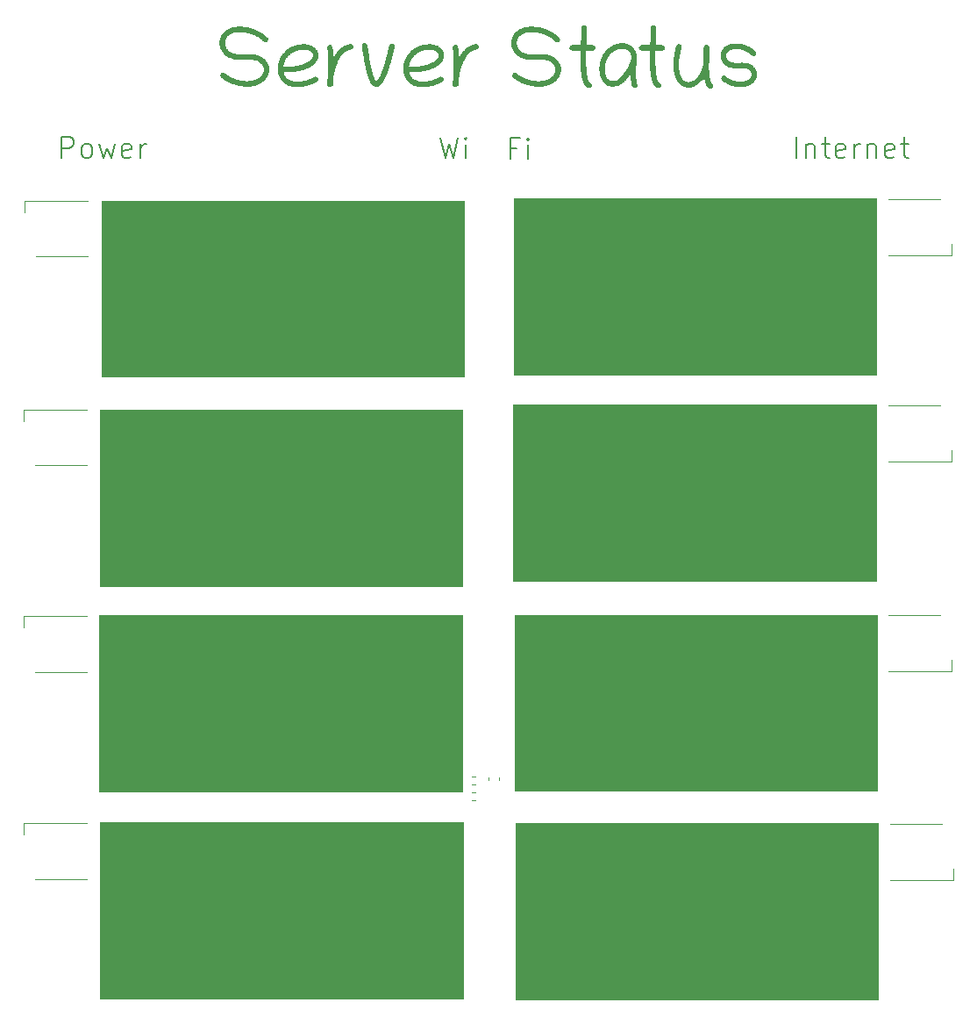
<source format=gbr>
%TF.GenerationSoftware,KiCad,Pcbnew,7.0.10-7.0.10~ubuntu22.04.1*%
%TF.CreationDate,2025-06-15T10:20:50+07:00*%
%TF.ProjectId,servermon,73657276-6572-46d6-9f6e-2e6b69636164,rev?*%
%TF.SameCoordinates,Original*%
%TF.FileFunction,Legend,Top*%
%TF.FilePolarity,Positive*%
%FSLAX46Y46*%
G04 Gerber Fmt 4.6, Leading zero omitted, Abs format (unit mm)*
G04 Created by KiCad (PCBNEW 7.0.10-7.0.10~ubuntu22.04.1) date 2025-06-15 10:20:50*
%MOMM*%
%LPD*%
G01*
G04 APERTURE LIST*
%ADD10C,0.100000*%
%ADD11C,0.150000*%
%ADD12C,0.120000*%
G04 APERTURE END LIST*
D10*
X92405200Y-79520000D02*
X127405200Y-79520000D01*
X127405200Y-96520000D01*
X92405200Y-96520000D01*
X92405200Y-79520000D01*
G36*
X92405200Y-79520000D02*
G01*
X127405200Y-79520000D01*
X127405200Y-96520000D01*
X92405200Y-96520000D01*
X92405200Y-79520000D01*
G37*
X92252800Y-99738400D02*
X127252800Y-99738400D01*
X127252800Y-116738400D01*
X92252800Y-116738400D01*
X92252800Y-99738400D01*
G36*
X92252800Y-99738400D02*
G01*
X127252800Y-99738400D01*
X127252800Y-116738400D01*
X92252800Y-116738400D01*
X92252800Y-99738400D01*
G37*
X132156800Y-99230400D02*
X167156800Y-99230400D01*
X167156800Y-116230400D01*
X132156800Y-116230400D01*
X132156800Y-99230400D01*
G36*
X132156800Y-99230400D02*
G01*
X167156800Y-99230400D01*
X167156800Y-116230400D01*
X132156800Y-116230400D01*
X132156800Y-99230400D01*
G37*
X132284400Y-119481600D02*
X167284400Y-119481600D01*
X167284400Y-136481600D01*
X132284400Y-136481600D01*
X132284400Y-119481600D01*
G36*
X132284400Y-119481600D02*
G01*
X167284400Y-119481600D01*
X167284400Y-136481600D01*
X132284400Y-136481600D01*
X132284400Y-119481600D01*
G37*
X92278800Y-139514800D02*
X127278800Y-139514800D01*
X127278800Y-156514800D01*
X92278800Y-156514800D01*
X92278800Y-139514800D01*
G36*
X92278800Y-139514800D02*
G01*
X127278800Y-139514800D01*
X127278800Y-156514800D01*
X92278800Y-156514800D01*
X92278800Y-139514800D01*
G37*
X132207600Y-79316800D02*
X167207600Y-79316800D01*
X167207600Y-96316800D01*
X132207600Y-96316800D01*
X132207600Y-79316800D01*
G36*
X132207600Y-79316800D02*
G01*
X167207600Y-79316800D01*
X167207600Y-96316800D01*
X132207600Y-96316800D01*
X132207600Y-79316800D01*
G37*
X92177200Y-119499600D02*
X127177200Y-119499600D01*
X127177200Y-136499600D01*
X92177200Y-136499600D01*
X92177200Y-119499600D01*
G36*
X92177200Y-119499600D02*
G01*
X127177200Y-119499600D01*
X127177200Y-136499600D01*
X92177200Y-136499600D01*
X92177200Y-119499600D01*
G37*
X132360000Y-139565600D02*
X167360000Y-139565600D01*
X167360000Y-156565600D01*
X132360000Y-156565600D01*
X132360000Y-139565600D01*
G36*
X132360000Y-139565600D02*
G01*
X167360000Y-139565600D01*
X167360000Y-156565600D01*
X132360000Y-156565600D01*
X132360000Y-139565600D01*
G37*
D11*
X88560474Y-75388638D02*
X88560474Y-73388638D01*
X88560474Y-73388638D02*
X89322379Y-73388638D01*
X89322379Y-73388638D02*
X89512855Y-73483876D01*
X89512855Y-73483876D02*
X89608093Y-73579114D01*
X89608093Y-73579114D02*
X89703331Y-73769590D01*
X89703331Y-73769590D02*
X89703331Y-74055304D01*
X89703331Y-74055304D02*
X89608093Y-74245780D01*
X89608093Y-74245780D02*
X89512855Y-74341019D01*
X89512855Y-74341019D02*
X89322379Y-74436257D01*
X89322379Y-74436257D02*
X88560474Y-74436257D01*
X90846188Y-75388638D02*
X90655712Y-75293400D01*
X90655712Y-75293400D02*
X90560474Y-75198161D01*
X90560474Y-75198161D02*
X90465236Y-75007685D01*
X90465236Y-75007685D02*
X90465236Y-74436257D01*
X90465236Y-74436257D02*
X90560474Y-74245780D01*
X90560474Y-74245780D02*
X90655712Y-74150542D01*
X90655712Y-74150542D02*
X90846188Y-74055304D01*
X90846188Y-74055304D02*
X91131903Y-74055304D01*
X91131903Y-74055304D02*
X91322379Y-74150542D01*
X91322379Y-74150542D02*
X91417617Y-74245780D01*
X91417617Y-74245780D02*
X91512855Y-74436257D01*
X91512855Y-74436257D02*
X91512855Y-75007685D01*
X91512855Y-75007685D02*
X91417617Y-75198161D01*
X91417617Y-75198161D02*
X91322379Y-75293400D01*
X91322379Y-75293400D02*
X91131903Y-75388638D01*
X91131903Y-75388638D02*
X90846188Y-75388638D01*
X92179522Y-74055304D02*
X92560474Y-75388638D01*
X92560474Y-75388638D02*
X92941427Y-74436257D01*
X92941427Y-74436257D02*
X93322379Y-75388638D01*
X93322379Y-75388638D02*
X93703331Y-74055304D01*
X95227141Y-75293400D02*
X95036665Y-75388638D01*
X95036665Y-75388638D02*
X94655712Y-75388638D01*
X94655712Y-75388638D02*
X94465236Y-75293400D01*
X94465236Y-75293400D02*
X94369998Y-75102923D01*
X94369998Y-75102923D02*
X94369998Y-74341019D01*
X94369998Y-74341019D02*
X94465236Y-74150542D01*
X94465236Y-74150542D02*
X94655712Y-74055304D01*
X94655712Y-74055304D02*
X95036665Y-74055304D01*
X95036665Y-74055304D02*
X95227141Y-74150542D01*
X95227141Y-74150542D02*
X95322379Y-74341019D01*
X95322379Y-74341019D02*
X95322379Y-74531495D01*
X95322379Y-74531495D02*
X94369998Y-74721971D01*
X96179522Y-75388638D02*
X96179522Y-74055304D01*
X96179522Y-74436257D02*
X96274760Y-74245780D01*
X96274760Y-74245780D02*
X96369998Y-74150542D01*
X96369998Y-74150542D02*
X96560474Y-74055304D01*
X96560474Y-74055304D02*
X96750951Y-74055304D01*
X125098398Y-73439438D02*
X125574588Y-75439438D01*
X125574588Y-75439438D02*
X125955541Y-74010866D01*
X125955541Y-74010866D02*
X126336493Y-75439438D01*
X126336493Y-75439438D02*
X126812684Y-73439438D01*
X127574588Y-75439438D02*
X127574588Y-74106104D01*
X127574588Y-73439438D02*
X127479350Y-73534676D01*
X127479350Y-73534676D02*
X127574588Y-73629914D01*
X127574588Y-73629914D02*
X127669826Y-73534676D01*
X127669826Y-73534676D02*
X127574588Y-73439438D01*
X127574588Y-73439438D02*
X127574588Y-73629914D01*
X132508741Y-74442619D02*
X131842074Y-74442619D01*
X131842074Y-75490238D02*
X131842074Y-73490238D01*
X131842074Y-73490238D02*
X132794455Y-73490238D01*
X133556360Y-75490238D02*
X133556360Y-74156904D01*
X133556360Y-73490238D02*
X133461122Y-73585476D01*
X133461122Y-73585476D02*
X133556360Y-73680714D01*
X133556360Y-73680714D02*
X133651598Y-73585476D01*
X133651598Y-73585476D02*
X133556360Y-73490238D01*
X133556360Y-73490238D02*
X133556360Y-73680714D01*
G36*
X106625452Y-65921082D02*
G01*
X106700326Y-65921666D01*
X106772711Y-65923415D01*
X106842593Y-65926328D01*
X106909957Y-65930402D01*
X106974788Y-65935635D01*
X107037071Y-65942025D01*
X107096791Y-65949570D01*
X107181532Y-65963049D01*
X107260422Y-65979114D01*
X107333409Y-65997758D01*
X107400443Y-66018974D01*
X107461474Y-66042755D01*
X107516450Y-66069093D01*
X107592319Y-66111800D01*
X107642490Y-66144138D01*
X107691840Y-66179483D01*
X107739942Y-66217760D01*
X107786371Y-66258892D01*
X107830704Y-66302805D01*
X107872514Y-66349424D01*
X107911376Y-66398674D01*
X107946867Y-66450480D01*
X107978560Y-66504766D01*
X108006030Y-66561457D01*
X108028853Y-66620479D01*
X108046603Y-66681756D01*
X108058856Y-66745212D01*
X108065186Y-66810774D01*
X108065997Y-66844320D01*
X108062596Y-66905758D01*
X108054546Y-66964440D01*
X108045480Y-67012848D01*
X108028444Y-67077712D01*
X108008108Y-67140414D01*
X107984471Y-67200957D01*
X107957530Y-67259342D01*
X107927283Y-67315572D01*
X107893728Y-67369649D01*
X107856863Y-67421575D01*
X107816686Y-67471353D01*
X107773194Y-67518983D01*
X107726386Y-67564469D01*
X107676258Y-67607813D01*
X107622810Y-67649016D01*
X107566039Y-67688082D01*
X107505943Y-67725011D01*
X107442519Y-67759807D01*
X107375766Y-67792471D01*
X107319658Y-67817701D01*
X107263430Y-67841195D01*
X107207064Y-67862966D01*
X107150544Y-67883032D01*
X107093852Y-67901405D01*
X107036971Y-67918102D01*
X106979884Y-67933138D01*
X106922574Y-67946527D01*
X106865023Y-67958285D01*
X106807215Y-67968426D01*
X106749132Y-67976966D01*
X106690757Y-67983919D01*
X106632073Y-67989301D01*
X106573062Y-67993127D01*
X106513708Y-67995411D01*
X106453994Y-67996169D01*
X106394676Y-67996006D01*
X106335553Y-67994865D01*
X106276821Y-67991768D01*
X106244434Y-67988842D01*
X106171743Y-67981286D01*
X106099851Y-67972632D01*
X106028757Y-67962882D01*
X105958460Y-67952037D01*
X105888962Y-67940098D01*
X105820260Y-67927067D01*
X105752355Y-67912944D01*
X105685247Y-67897732D01*
X105618936Y-67881432D01*
X105553420Y-67864044D01*
X105488700Y-67845571D01*
X105424777Y-67826013D01*
X105361648Y-67805373D01*
X105299314Y-67783651D01*
X105237775Y-67760848D01*
X105177031Y-67736967D01*
X105117081Y-67712008D01*
X105057925Y-67685972D01*
X104999563Y-67658862D01*
X104941994Y-67630678D01*
X104885219Y-67601422D01*
X104829236Y-67571095D01*
X104774046Y-67539698D01*
X104719648Y-67507233D01*
X104666043Y-67473702D01*
X104613229Y-67439104D01*
X104561207Y-67403443D01*
X104509976Y-67366718D01*
X104459537Y-67328933D01*
X104409888Y-67290086D01*
X104361029Y-67250181D01*
X104312961Y-67209219D01*
X104261493Y-67173794D01*
X104204496Y-67150725D01*
X104148830Y-67143273D01*
X104082828Y-67152764D01*
X104021293Y-67179266D01*
X103966976Y-67219829D01*
X103922629Y-67271501D01*
X103891000Y-67331330D01*
X103874840Y-67396365D01*
X103873324Y-67423176D01*
X103881115Y-67483742D01*
X103906454Y-67543289D01*
X103946704Y-67594457D01*
X103964182Y-67610754D01*
X104020378Y-67659012D01*
X104077410Y-67705966D01*
X104135279Y-67751618D01*
X104193990Y-67795971D01*
X104253544Y-67839027D01*
X104313945Y-67880787D01*
X104375195Y-67921252D01*
X104437296Y-67960426D01*
X104500252Y-67998310D01*
X104564064Y-68034905D01*
X104628737Y-68070214D01*
X104694272Y-68104238D01*
X104760672Y-68136980D01*
X104827940Y-68168441D01*
X104896078Y-68198623D01*
X104965090Y-68227529D01*
X105034977Y-68255159D01*
X105105743Y-68281515D01*
X105177390Y-68306601D01*
X105249921Y-68330417D01*
X105323338Y-68352965D01*
X105397645Y-68374248D01*
X105472843Y-68394267D01*
X105548937Y-68413023D01*
X105625927Y-68430520D01*
X105703818Y-68446759D01*
X105782611Y-68461741D01*
X105862310Y-68475468D01*
X105942917Y-68487944D01*
X106024434Y-68499168D01*
X106106865Y-68509144D01*
X106190212Y-68517872D01*
X106250197Y-68522245D01*
X106310655Y-68525684D01*
X106371219Y-68528097D01*
X106431520Y-68529393D01*
X106465718Y-68529596D01*
X106537792Y-68528685D01*
X106609475Y-68525947D01*
X106680756Y-68521375D01*
X106751619Y-68514964D01*
X106822053Y-68506707D01*
X106892045Y-68496597D01*
X106961582Y-68484629D01*
X107030651Y-68470794D01*
X107099239Y-68455088D01*
X107167334Y-68437504D01*
X107234922Y-68418035D01*
X107301990Y-68396674D01*
X107368526Y-68373416D01*
X107434516Y-68348254D01*
X107499949Y-68321181D01*
X107564810Y-68292192D01*
X107664586Y-68243539D01*
X107759476Y-68191550D01*
X107849471Y-68136222D01*
X107934564Y-68077548D01*
X108014744Y-68015526D01*
X108090005Y-67950151D01*
X108160337Y-67881418D01*
X108225732Y-67809324D01*
X108286180Y-67733863D01*
X108341674Y-67655033D01*
X108392205Y-67572828D01*
X108437765Y-67487244D01*
X108478344Y-67398277D01*
X108513934Y-67305922D01*
X108544527Y-67210176D01*
X108570114Y-67111033D01*
X108582285Y-67049920D01*
X108591747Y-66989741D01*
X108598317Y-66930587D01*
X108602047Y-66864356D01*
X108602354Y-66839924D01*
X108597563Y-66734376D01*
X108583606Y-66631640D01*
X108561106Y-66531918D01*
X108530684Y-66435412D01*
X108492963Y-66342323D01*
X108448567Y-66252854D01*
X108398117Y-66167205D01*
X108342235Y-66085580D01*
X108281546Y-66008179D01*
X108216670Y-65935204D01*
X108148230Y-65866858D01*
X108076850Y-65803342D01*
X108003152Y-65744857D01*
X107927757Y-65691607D01*
X107851289Y-65643791D01*
X107774371Y-65601613D01*
X107694999Y-65563151D01*
X107638628Y-65539649D01*
X107579507Y-65517853D01*
X107517649Y-65497760D01*
X107453067Y-65479365D01*
X107385774Y-65462664D01*
X107315783Y-65447652D01*
X107243106Y-65434326D01*
X107167756Y-65422680D01*
X107089747Y-65412711D01*
X107009091Y-65404414D01*
X106925801Y-65397784D01*
X106839889Y-65392819D01*
X106751370Y-65389513D01*
X106660255Y-65387862D01*
X106613729Y-65387656D01*
X106547010Y-65388272D01*
X106479056Y-65389955D01*
X106410328Y-65392459D01*
X106341291Y-65395538D01*
X106272409Y-65398946D01*
X106204145Y-65402436D01*
X106136963Y-65405761D01*
X106071326Y-65408676D01*
X106007699Y-65410934D01*
X105946545Y-65412289D01*
X105907378Y-65412569D01*
X105801607Y-65411222D01*
X105700675Y-65407150D01*
X105604370Y-65400310D01*
X105512484Y-65390655D01*
X105424804Y-65378142D01*
X105341122Y-65362723D01*
X105261227Y-65344355D01*
X105184908Y-65322993D01*
X105111955Y-65298590D01*
X105042158Y-65271103D01*
X104975306Y-65240487D01*
X104911188Y-65206695D01*
X104849595Y-65169683D01*
X104790317Y-65129406D01*
X104733142Y-65085819D01*
X104677860Y-65038877D01*
X104625354Y-64989483D01*
X104574662Y-64935380D01*
X104526516Y-64876727D01*
X104481646Y-64813683D01*
X104440786Y-64746409D01*
X104404666Y-64675062D01*
X104374018Y-64599804D01*
X104349575Y-64520792D01*
X104332067Y-64438187D01*
X104322227Y-64352148D01*
X104320288Y-64292959D01*
X104322618Y-64230779D01*
X104329668Y-64167337D01*
X104341530Y-64102632D01*
X104358296Y-64036665D01*
X104370114Y-63998403D01*
X104405011Y-63908239D01*
X104447949Y-63824033D01*
X104498624Y-63745765D01*
X104556731Y-63673415D01*
X104621964Y-63606963D01*
X104694020Y-63546392D01*
X104772593Y-63491681D01*
X104857378Y-63442811D01*
X104948071Y-63399763D01*
X105044367Y-63362517D01*
X105145961Y-63331055D01*
X105252548Y-63305356D01*
X105363823Y-63285402D01*
X105479482Y-63271172D01*
X105538860Y-63266199D01*
X105599220Y-63262649D01*
X105660523Y-63260521D01*
X105722731Y-63259812D01*
X105814545Y-63260933D01*
X105905324Y-63264264D01*
X105995050Y-63269755D01*
X106083700Y-63277358D01*
X106171254Y-63287023D01*
X106257692Y-63298703D01*
X106342992Y-63312349D01*
X106427135Y-63327910D01*
X106510099Y-63345339D01*
X106591864Y-63364587D01*
X106672409Y-63385605D01*
X106751714Y-63408344D01*
X106829757Y-63432756D01*
X106906519Y-63458790D01*
X106981978Y-63486399D01*
X107056114Y-63515534D01*
X107128906Y-63546146D01*
X107200333Y-63578186D01*
X107270376Y-63611606D01*
X107339013Y-63646355D01*
X107406223Y-63682386D01*
X107471986Y-63719650D01*
X107536281Y-63758098D01*
X107599088Y-63797681D01*
X107660386Y-63838350D01*
X107720154Y-63880056D01*
X107778372Y-63922751D01*
X107835018Y-63966386D01*
X107890073Y-64010911D01*
X107943515Y-64056279D01*
X107995325Y-64102440D01*
X108045480Y-64149345D01*
X108092993Y-64185473D01*
X108152175Y-64211748D01*
X108210333Y-64222915D01*
X108237455Y-64224083D01*
X108306216Y-64213159D01*
X108366108Y-64186411D01*
X108415992Y-64146688D01*
X108454726Y-64096843D01*
X108481171Y-64039726D01*
X108494186Y-63978188D01*
X108495376Y-63952973D01*
X108488149Y-63888584D01*
X108465036Y-63828381D01*
X108428879Y-63779108D01*
X108413310Y-63763929D01*
X108354034Y-63708606D01*
X108292991Y-63654228D01*
X108230193Y-63600850D01*
X108165651Y-63548524D01*
X108099375Y-63497304D01*
X108031376Y-63447243D01*
X107961667Y-63398393D01*
X107890256Y-63350808D01*
X107817157Y-63304541D01*
X107742379Y-63259645D01*
X107665933Y-63216174D01*
X107587831Y-63174180D01*
X107508084Y-63133717D01*
X107426702Y-63094837D01*
X107343697Y-63057595D01*
X107259079Y-63022042D01*
X107172860Y-62988232D01*
X107085051Y-62956219D01*
X106995662Y-62926054D01*
X106904705Y-62897793D01*
X106812190Y-62871487D01*
X106718129Y-62847189D01*
X106622533Y-62824954D01*
X106525412Y-62804834D01*
X106426778Y-62786881D01*
X106326641Y-62771150D01*
X106225013Y-62757694D01*
X106121905Y-62746564D01*
X106017327Y-62737816D01*
X105911291Y-62731501D01*
X105803807Y-62727674D01*
X105694887Y-62726386D01*
X105611640Y-62727597D01*
X105529545Y-62731212D01*
X105448655Y-62737205D01*
X105369023Y-62745551D01*
X105290704Y-62756224D01*
X105213749Y-62769199D01*
X105138211Y-62784449D01*
X105064145Y-62801948D01*
X104991603Y-62821672D01*
X104920639Y-62843594D01*
X104851304Y-62867688D01*
X104783653Y-62893929D01*
X104717739Y-62922291D01*
X104653615Y-62952747D01*
X104591333Y-62985274D01*
X104530948Y-63019844D01*
X104472512Y-63056431D01*
X104416078Y-63095011D01*
X104361699Y-63135557D01*
X104309429Y-63178044D01*
X104259321Y-63222446D01*
X104211427Y-63268737D01*
X104165802Y-63316891D01*
X104122497Y-63366882D01*
X104081567Y-63418685D01*
X104043064Y-63472275D01*
X104007042Y-63527624D01*
X103973553Y-63584709D01*
X103942651Y-63643501D01*
X103914389Y-63703977D01*
X103888820Y-63766110D01*
X103865997Y-63829875D01*
X103847029Y-63889564D01*
X103830757Y-63948806D01*
X103817130Y-64007567D01*
X103806096Y-64065814D01*
X103795872Y-64137845D01*
X103789519Y-64208950D01*
X103786935Y-64279062D01*
X103786862Y-64292959D01*
X103789744Y-64382140D01*
X103798168Y-64469361D01*
X103811804Y-64554517D01*
X103830322Y-64637502D01*
X103853391Y-64718212D01*
X103880680Y-64796541D01*
X103911859Y-64872385D01*
X103946597Y-64945637D01*
X103984563Y-65016194D01*
X104025428Y-65083948D01*
X104068860Y-65148797D01*
X104114529Y-65210633D01*
X104162104Y-65269353D01*
X104211255Y-65324850D01*
X104261651Y-65377020D01*
X104312961Y-65425758D01*
X104390566Y-65492941D01*
X104469708Y-65554981D01*
X104550687Y-65611990D01*
X104633805Y-65664078D01*
X104719361Y-65711357D01*
X104807656Y-65753940D01*
X104898991Y-65791937D01*
X104993666Y-65825461D01*
X105091982Y-65854623D01*
X105194239Y-65879534D01*
X105300738Y-65900307D01*
X105411779Y-65917052D01*
X105527663Y-65929882D01*
X105587515Y-65934864D01*
X105648691Y-65938908D01*
X105711227Y-65942030D01*
X105775162Y-65944242D01*
X105840534Y-65945559D01*
X105907378Y-65945995D01*
X105968772Y-65945379D01*
X106032376Y-65943696D01*
X106097848Y-65941192D01*
X106164850Y-65938112D01*
X106233039Y-65934705D01*
X106302076Y-65931215D01*
X106371620Y-65927890D01*
X106441331Y-65924975D01*
X106510869Y-65922717D01*
X106579891Y-65921362D01*
X106625452Y-65921082D01*
G37*
G36*
X112092681Y-64430618D02*
G01*
X112200695Y-64439067D01*
X112305485Y-64453042D01*
X112406795Y-64472455D01*
X112504370Y-64497217D01*
X112597954Y-64527241D01*
X112687292Y-64562438D01*
X112772129Y-64602720D01*
X112852209Y-64648000D01*
X112927276Y-64698190D01*
X112997075Y-64753201D01*
X113061351Y-64812945D01*
X113119848Y-64877334D01*
X113172310Y-64946281D01*
X113218483Y-65019698D01*
X113258111Y-65097495D01*
X113267677Y-65119804D01*
X113288766Y-65176055D01*
X113305870Y-65233044D01*
X113319057Y-65290838D01*
X113328392Y-65349505D01*
X113333945Y-65409110D01*
X113335780Y-65469721D01*
X113332961Y-65552156D01*
X113324558Y-65631929D01*
X113310655Y-65709161D01*
X113291336Y-65783970D01*
X113266685Y-65856479D01*
X113236785Y-65926807D01*
X113201720Y-65995074D01*
X113161574Y-66061400D01*
X113116431Y-66125906D01*
X113066374Y-66188711D01*
X113011487Y-66249937D01*
X112951854Y-66309703D01*
X112887558Y-66368130D01*
X112818683Y-66425337D01*
X112745313Y-66481445D01*
X112667532Y-66536574D01*
X112610950Y-66573643D01*
X112552763Y-66609559D01*
X112492972Y-66644321D01*
X112431576Y-66677928D01*
X112368577Y-66710378D01*
X112303975Y-66741669D01*
X112237770Y-66771800D01*
X112169963Y-66800769D01*
X112100555Y-66828574D01*
X112029546Y-66855215D01*
X111956937Y-66880688D01*
X111882728Y-66904994D01*
X111806920Y-66928129D01*
X111729513Y-66950093D01*
X111650508Y-66970884D01*
X111569905Y-66990500D01*
X111487705Y-67008939D01*
X111403908Y-67026201D01*
X111318515Y-67042283D01*
X111231527Y-67057184D01*
X111142944Y-67070902D01*
X111052766Y-67083435D01*
X110960995Y-67094783D01*
X110867630Y-67104943D01*
X110772672Y-67113913D01*
X110676122Y-67121693D01*
X110577981Y-67128280D01*
X110478248Y-67133674D01*
X110376924Y-67137871D01*
X110274010Y-67140871D01*
X110169507Y-67142673D01*
X110063415Y-67143273D01*
X110057536Y-67143162D01*
X109997469Y-67135946D01*
X110030331Y-67240110D01*
X110070562Y-67338720D01*
X110118010Y-67431616D01*
X110172523Y-67518637D01*
X110233948Y-67599621D01*
X110302133Y-67674407D01*
X110376925Y-67742835D01*
X110458172Y-67804744D01*
X110545722Y-67859973D01*
X110639422Y-67908359D01*
X110739120Y-67949744D01*
X110844664Y-67983965D01*
X110955900Y-68010862D01*
X111013605Y-68021513D01*
X111072677Y-68030273D01*
X111133095Y-68037121D01*
X111194842Y-68042038D01*
X111257897Y-68045002D01*
X111322242Y-68045995D01*
X111366283Y-68045549D01*
X111455651Y-68041978D01*
X111546729Y-68034838D01*
X111639515Y-68024132D01*
X111734002Y-68009861D01*
X111830188Y-67992027D01*
X111928067Y-67970634D01*
X112027635Y-67945682D01*
X112128889Y-67917174D01*
X112231824Y-67885113D01*
X112336435Y-67849500D01*
X112442718Y-67810337D01*
X112550670Y-67767627D01*
X112605269Y-67744943D01*
X112660285Y-67721372D01*
X112715715Y-67696916D01*
X112771559Y-67671574D01*
X112827817Y-67645347D01*
X112884488Y-67618235D01*
X112941572Y-67590238D01*
X112945411Y-67588353D01*
X113001656Y-67568622D01*
X113061740Y-67562394D01*
X113087661Y-67563665D01*
X113150027Y-67577421D01*
X113206846Y-67604975D01*
X113255534Y-67644686D01*
X113293509Y-67694908D01*
X113318187Y-67753999D01*
X113326988Y-67820315D01*
X113322444Y-67873833D01*
X113306035Y-67931963D01*
X113274128Y-67990282D01*
X113231282Y-68037057D01*
X113180442Y-68070908D01*
X113121416Y-68099443D01*
X113062226Y-68127334D01*
X113002889Y-68154563D01*
X112943421Y-68181115D01*
X112883840Y-68206971D01*
X112824162Y-68232114D01*
X112764403Y-68256527D01*
X112704581Y-68280193D01*
X112644711Y-68303095D01*
X112584810Y-68325216D01*
X112524896Y-68346538D01*
X112464984Y-68367045D01*
X112405092Y-68386718D01*
X112345235Y-68405541D01*
X112285431Y-68423498D01*
X112225697Y-68440569D01*
X112166048Y-68456739D01*
X112106502Y-68471991D01*
X112047074Y-68486306D01*
X111987783Y-68499668D01*
X111928644Y-68512060D01*
X111869674Y-68523465D01*
X111810890Y-68533865D01*
X111752308Y-68543243D01*
X111635818Y-68558865D01*
X111520337Y-68570194D01*
X111405997Y-68577092D01*
X111292933Y-68579421D01*
X111235161Y-68578791D01*
X111120902Y-68573693D01*
X111008483Y-68563348D01*
X110898055Y-68547602D01*
X110789766Y-68526301D01*
X110683768Y-68499290D01*
X110580210Y-68466413D01*
X110479244Y-68427518D01*
X110381018Y-68382449D01*
X110285685Y-68331051D01*
X110193393Y-68273171D01*
X110104293Y-68208653D01*
X110018536Y-68137342D01*
X109936271Y-68059086D01*
X109857650Y-67973728D01*
X109819752Y-67928338D01*
X109782821Y-67881114D01*
X109746876Y-67832038D01*
X109708123Y-67775625D01*
X109671574Y-67718431D01*
X109637270Y-67660361D01*
X109605253Y-67601320D01*
X109575563Y-67541215D01*
X109548241Y-67479951D01*
X109523327Y-67417433D01*
X109500862Y-67353567D01*
X109480888Y-67288258D01*
X109463445Y-67221412D01*
X109448573Y-67152935D01*
X109436314Y-67082732D01*
X109426708Y-67010708D01*
X109419796Y-66936770D01*
X109415619Y-66860822D01*
X109414217Y-66782771D01*
X109414432Y-66747520D01*
X109415954Y-66685293D01*
X109418527Y-66634760D01*
X109952040Y-66634760D01*
X110003711Y-66617072D01*
X110063415Y-66609847D01*
X110159491Y-66609345D01*
X110254006Y-66607837D01*
X110346962Y-66605325D01*
X110438360Y-66601807D01*
X110528201Y-66597284D01*
X110616488Y-66591754D01*
X110703222Y-66585218D01*
X110788404Y-66577676D01*
X110872036Y-66569127D01*
X110954120Y-66559570D01*
X111034657Y-66549007D01*
X111113649Y-66537436D01*
X111191098Y-66524857D01*
X111267005Y-66511270D01*
X111341372Y-66496674D01*
X111414200Y-66481070D01*
X111485491Y-66464457D01*
X111555246Y-66446835D01*
X111623468Y-66428203D01*
X111690158Y-66408561D01*
X111755317Y-66387910D01*
X111818947Y-66366248D01*
X111881050Y-66343576D01*
X111941627Y-66319893D01*
X112000680Y-66295198D01*
X112058210Y-66269493D01*
X112114220Y-66242776D01*
X112168710Y-66215047D01*
X112221682Y-66186305D01*
X112273139Y-66156552D01*
X112371510Y-66094006D01*
X112397642Y-66075886D01*
X112447599Y-66039692D01*
X112494451Y-66003464D01*
X112558836Y-65948811D01*
X112616054Y-65893444D01*
X112665995Y-65836978D01*
X112708550Y-65779029D01*
X112743613Y-65719213D01*
X112771072Y-65657146D01*
X112790821Y-65592445D01*
X112802750Y-65524724D01*
X112806750Y-65453601D01*
X112801518Y-65386343D01*
X112786357Y-65328812D01*
X112756192Y-65269687D01*
X112714281Y-65217980D01*
X112671385Y-65177966D01*
X112622103Y-65138528D01*
X112576978Y-65106726D01*
X112512301Y-65069240D01*
X112442391Y-65037356D01*
X112386472Y-65017110D01*
X112327525Y-64999999D01*
X112265513Y-64986015D01*
X112200400Y-64975151D01*
X112132150Y-64967400D01*
X112060727Y-64962755D01*
X111986094Y-64961208D01*
X111884553Y-64963089D01*
X111784428Y-64968700D01*
X111685824Y-64977995D01*
X111588844Y-64990923D01*
X111493590Y-65007439D01*
X111400167Y-65027495D01*
X111308678Y-65051042D01*
X111219225Y-65078032D01*
X111131913Y-65108419D01*
X111046844Y-65142154D01*
X110964122Y-65179189D01*
X110883850Y-65219478D01*
X110806132Y-65262971D01*
X110731070Y-65309621D01*
X110658769Y-65359381D01*
X110589331Y-65412202D01*
X110522859Y-65468038D01*
X110459458Y-65526839D01*
X110399230Y-65588559D01*
X110342278Y-65653150D01*
X110288706Y-65720563D01*
X110238618Y-65790752D01*
X110192116Y-65863668D01*
X110149304Y-65939263D01*
X110110285Y-66017490D01*
X110075163Y-66098302D01*
X110044040Y-66181649D01*
X110017021Y-66267485D01*
X109994208Y-66355762D01*
X109975704Y-66446432D01*
X109961614Y-66539447D01*
X109952040Y-66634760D01*
X109418527Y-66634760D01*
X109419173Y-66622067D01*
X109424364Y-66557474D01*
X109431803Y-66491145D01*
X109445164Y-66395184D01*
X109462168Y-66300753D01*
X109482817Y-66207872D01*
X109507113Y-66116560D01*
X109535059Y-66026837D01*
X109566656Y-65938722D01*
X109601907Y-65852234D01*
X109640814Y-65767392D01*
X109683378Y-65684217D01*
X109729602Y-65602726D01*
X109779489Y-65522940D01*
X109833040Y-65444877D01*
X109890258Y-65368558D01*
X109951144Y-65294001D01*
X110015701Y-65221226D01*
X110083931Y-65150252D01*
X110129702Y-65105631D01*
X110176341Y-65062443D01*
X110223849Y-65020687D01*
X110272225Y-64980362D01*
X110321471Y-64941466D01*
X110371586Y-64903999D01*
X110422573Y-64867960D01*
X110474430Y-64833347D01*
X110527158Y-64800159D01*
X110580759Y-64768396D01*
X110635232Y-64738056D01*
X110690579Y-64709138D01*
X110746799Y-64681641D01*
X110803893Y-64655564D01*
X110861863Y-64630906D01*
X110920707Y-64607666D01*
X110980427Y-64585843D01*
X111041024Y-64565436D01*
X111102498Y-64546443D01*
X111164849Y-64528864D01*
X111228078Y-64512697D01*
X111292185Y-64497942D01*
X111357172Y-64484597D01*
X111423038Y-64472661D01*
X111489785Y-64462134D01*
X111557412Y-64453013D01*
X111625920Y-64445299D01*
X111695310Y-64438990D01*
X111765582Y-64434085D01*
X111836737Y-64430582D01*
X111908776Y-64428481D01*
X111981698Y-64427781D01*
X112092681Y-64430618D01*
G37*
G36*
X114430477Y-68558905D02*
G01*
X114490160Y-68550647D01*
X114557262Y-68527617D01*
X114611463Y-68500316D01*
X114662143Y-68466575D01*
X114714943Y-68417383D01*
X114749323Y-68362837D01*
X114758739Y-68317105D01*
X114749946Y-68258486D01*
X114741909Y-68198053D01*
X114741154Y-68173490D01*
X114742369Y-68113851D01*
X114745724Y-68052380D01*
X114750784Y-67985959D01*
X114755765Y-67927161D01*
X114761334Y-67861602D01*
X114767268Y-67787683D01*
X114771824Y-67725797D01*
X114774859Y-67681096D01*
X114786937Y-67596093D01*
X114800075Y-67511737D01*
X114814251Y-67428057D01*
X114829445Y-67345083D01*
X114845633Y-67262843D01*
X114862794Y-67181365D01*
X114880907Y-67100680D01*
X114899950Y-67020816D01*
X114919900Y-66941802D01*
X114940737Y-66863667D01*
X114955110Y-66812080D01*
X114986426Y-66705112D01*
X115018822Y-66601278D01*
X115052299Y-66500579D01*
X115086856Y-66403014D01*
X115122491Y-66308585D01*
X115159204Y-66217292D01*
X115196994Y-66129134D01*
X115235860Y-66044112D01*
X115275802Y-65962226D01*
X115316818Y-65883477D01*
X115358909Y-65807865D01*
X115402072Y-65735390D01*
X115446308Y-65666052D01*
X115491615Y-65599852D01*
X115537993Y-65536790D01*
X115585440Y-65476866D01*
X115633957Y-65420080D01*
X115683542Y-65366433D01*
X115734194Y-65315925D01*
X115785913Y-65268556D01*
X115838698Y-65224327D01*
X115892548Y-65183237D01*
X115947462Y-65145288D01*
X116003439Y-65110478D01*
X116060479Y-65078810D01*
X116118581Y-65050282D01*
X116177743Y-65024895D01*
X116237966Y-65002650D01*
X116299249Y-64983546D01*
X116361590Y-64967585D01*
X116424988Y-64954765D01*
X116489444Y-64945088D01*
X116556089Y-64930692D01*
X116610620Y-64904027D01*
X116660536Y-64858809D01*
X116694069Y-64802617D01*
X116711799Y-64739102D01*
X116715124Y-64694495D01*
X116708248Y-64629767D01*
X116688023Y-64568226D01*
X116655051Y-64513058D01*
X116609938Y-64467449D01*
X116553286Y-64434586D01*
X116485700Y-64417655D01*
X116455739Y-64416058D01*
X116423498Y-64416058D01*
X116359768Y-64425185D01*
X116296895Y-64436356D01*
X116234878Y-64449570D01*
X116173715Y-64464827D01*
X116113406Y-64482127D01*
X116053949Y-64501468D01*
X115995342Y-64522852D01*
X115937585Y-64546277D01*
X115880676Y-64571744D01*
X115824613Y-64599252D01*
X115769395Y-64628802D01*
X115715022Y-64660391D01*
X115661490Y-64694021D01*
X115608801Y-64729692D01*
X115556951Y-64767402D01*
X115505939Y-64807152D01*
X115455765Y-64848941D01*
X115406427Y-64892769D01*
X115357923Y-64938636D01*
X115310252Y-64986541D01*
X115263413Y-65036485D01*
X115217405Y-65088467D01*
X115172226Y-65142486D01*
X115127874Y-65198543D01*
X115084349Y-65256637D01*
X115041649Y-65316768D01*
X114999773Y-65378936D01*
X114958720Y-65443140D01*
X114918487Y-65509380D01*
X114879074Y-65577656D01*
X114840480Y-65647968D01*
X114802703Y-65720315D01*
X114800214Y-65632524D01*
X114797147Y-65547748D01*
X114793510Y-65465983D01*
X114789308Y-65387221D01*
X114784547Y-65311455D01*
X114779236Y-65238680D01*
X114773378Y-65168889D01*
X114766982Y-65102075D01*
X114760054Y-65038232D01*
X114752600Y-64977354D01*
X114740446Y-64891581D01*
X114727146Y-64812441D01*
X114712720Y-64739915D01*
X114697190Y-64673978D01*
X114673700Y-64617358D01*
X114637247Y-64565374D01*
X114589394Y-64521737D01*
X114531708Y-64490155D01*
X114465753Y-64474338D01*
X114442200Y-64473211D01*
X114370505Y-64481399D01*
X114309651Y-64504802D01*
X114260174Y-64541676D01*
X114222611Y-64590275D01*
X114197498Y-64648857D01*
X114185373Y-64715677D01*
X114184280Y-64744320D01*
X114186948Y-64803118D01*
X114195824Y-64862814D01*
X114204796Y-64899659D01*
X114216540Y-64960057D01*
X114224887Y-65019754D01*
X114232830Y-65091839D01*
X114240363Y-65176357D01*
X114245153Y-65239630D01*
X114249755Y-65308461D01*
X114254168Y-65382863D01*
X114258388Y-65462848D01*
X114262414Y-65548430D01*
X114266244Y-65639621D01*
X114269875Y-65736434D01*
X114273305Y-65838882D01*
X114276532Y-65946978D01*
X114278069Y-66003148D01*
X114279709Y-66080777D01*
X114281298Y-66156517D01*
X114282783Y-66230402D01*
X114284114Y-66302467D01*
X114285239Y-66372746D01*
X114286106Y-66441274D01*
X114286665Y-66508084D01*
X114286862Y-66573211D01*
X114286167Y-66664345D01*
X114284186Y-66757137D01*
X114281076Y-66851045D01*
X114276993Y-66945528D01*
X114272095Y-67040046D01*
X114266537Y-67134057D01*
X114260478Y-67227021D01*
X114254072Y-67318396D01*
X114247478Y-67407641D01*
X114240852Y-67494216D01*
X114234350Y-67577580D01*
X114228129Y-67657191D01*
X114222346Y-67732509D01*
X114217158Y-67802992D01*
X114212722Y-67868101D01*
X114209193Y-67927293D01*
X114198483Y-67993750D01*
X114184252Y-68053071D01*
X114169152Y-68113407D01*
X114156776Y-68173655D01*
X114150718Y-68232716D01*
X114150575Y-68242366D01*
X114159521Y-68304214D01*
X114184796Y-68370329D01*
X114215194Y-68422235D01*
X114253338Y-68469917D01*
X114298024Y-68510283D01*
X114361252Y-68545743D01*
X114430477Y-68558905D01*
G37*
G36*
X117543108Y-64612429D02*
G01*
X117558109Y-64719793D01*
X117573162Y-64825638D01*
X117588267Y-64929967D01*
X117603426Y-65032781D01*
X117618639Y-65134081D01*
X117633905Y-65233869D01*
X117649227Y-65332148D01*
X117664603Y-65428918D01*
X117680036Y-65524181D01*
X117695525Y-65617938D01*
X117711070Y-65710192D01*
X117726673Y-65800943D01*
X117742334Y-65890195D01*
X117758054Y-65977947D01*
X117773833Y-66064202D01*
X117789671Y-66148961D01*
X117805569Y-66232226D01*
X117821528Y-66313999D01*
X117837548Y-66394280D01*
X117853630Y-66473073D01*
X117869774Y-66550378D01*
X117885981Y-66626197D01*
X117902251Y-66700531D01*
X117918585Y-66773383D01*
X117934984Y-66844753D01*
X117951447Y-66914644D01*
X117967976Y-66983057D01*
X117984571Y-67049994D01*
X118001232Y-67115455D01*
X118017961Y-67179444D01*
X118034757Y-67241961D01*
X118051621Y-67303008D01*
X118068374Y-67362711D01*
X118085382Y-67420920D01*
X118102646Y-67477635D01*
X118137932Y-67586583D01*
X118174222Y-67689554D01*
X118211505Y-67786549D01*
X118249770Y-67877568D01*
X118289006Y-67962610D01*
X118329203Y-68041676D01*
X118370350Y-68114766D01*
X118412436Y-68181879D01*
X118455451Y-68243016D01*
X118499383Y-68298177D01*
X118544222Y-68347361D01*
X118589957Y-68390569D01*
X118636578Y-68427801D01*
X118708146Y-68472443D01*
X118761463Y-68498726D01*
X118821558Y-68520359D01*
X118881551Y-68533422D01*
X118942265Y-68538328D01*
X118949946Y-68538389D01*
X119018955Y-68532975D01*
X119087485Y-68516721D01*
X119155523Y-68489604D01*
X119223054Y-68451603D01*
X119290063Y-68402696D01*
X119334439Y-68364021D01*
X119378572Y-68320483D01*
X119422458Y-68272076D01*
X119466093Y-68218792D01*
X119509473Y-68160626D01*
X119552593Y-68097570D01*
X119595448Y-68029620D01*
X119638036Y-67956767D01*
X119659228Y-67918500D01*
X119687813Y-67865830D01*
X119716689Y-67810035D01*
X119745855Y-67751115D01*
X119775311Y-67689073D01*
X119805055Y-67623909D01*
X119835088Y-67555623D01*
X119865408Y-67484216D01*
X119896014Y-67409689D01*
X119926905Y-67332043D01*
X119958081Y-67251279D01*
X119989541Y-67167397D01*
X120021284Y-67080399D01*
X120053310Y-66990285D01*
X120085617Y-66897056D01*
X120118204Y-66800712D01*
X120151072Y-66701255D01*
X120184218Y-66598685D01*
X120217643Y-66493004D01*
X120251345Y-66384211D01*
X120285324Y-66272308D01*
X120319579Y-66157296D01*
X120354109Y-66039175D01*
X120388913Y-65917946D01*
X120423990Y-65793610D01*
X120459340Y-65666168D01*
X120494962Y-65535621D01*
X120530855Y-65401969D01*
X120567018Y-65265213D01*
X120603451Y-65125354D01*
X120640152Y-64982393D01*
X120677121Y-64836330D01*
X120714357Y-64687167D01*
X120721489Y-64628924D01*
X120721684Y-64621222D01*
X120712018Y-64549719D01*
X120685146Y-64489352D01*
X120644253Y-64440524D01*
X120592526Y-64403636D01*
X120533152Y-64379091D01*
X120469317Y-64367293D01*
X120443247Y-64366232D01*
X120381275Y-64372782D01*
X120322742Y-64392662D01*
X120270778Y-64426221D01*
X120228512Y-64473806D01*
X120199075Y-64535765D01*
X120192654Y-64559673D01*
X120145256Y-64749622D01*
X120098406Y-64934239D01*
X120052105Y-65113522D01*
X120006352Y-65287470D01*
X119961146Y-65456082D01*
X119916488Y-65619358D01*
X119872375Y-65777297D01*
X119828809Y-65929898D01*
X119785787Y-66077160D01*
X119743310Y-66219083D01*
X119701378Y-66355665D01*
X119659989Y-66486906D01*
X119619143Y-66612805D01*
X119578840Y-66733362D01*
X119539079Y-66848574D01*
X119499859Y-66958443D01*
X119461181Y-67062966D01*
X119423042Y-67162143D01*
X119385444Y-67255973D01*
X119348385Y-67344456D01*
X119311865Y-67427590D01*
X119275883Y-67505376D01*
X119240438Y-67577811D01*
X119205531Y-67644895D01*
X119171161Y-67706627D01*
X119137327Y-67763008D01*
X119104028Y-67814035D01*
X119039036Y-67900025D01*
X118976179Y-67964594D01*
X118945550Y-67988842D01*
X118889582Y-67932874D01*
X118833780Y-67855640D01*
X118778142Y-67757138D01*
X118750383Y-67699909D01*
X118722663Y-67637361D01*
X118694982Y-67569495D01*
X118667339Y-67496308D01*
X118639733Y-67417800D01*
X118612164Y-67333972D01*
X118584632Y-67244822D01*
X118557136Y-67150350D01*
X118529675Y-67050555D01*
X118502249Y-66945437D01*
X118474858Y-66834995D01*
X118447500Y-66719229D01*
X118420176Y-66598138D01*
X118392884Y-66471722D01*
X118365624Y-66339980D01*
X118338396Y-66202912D01*
X118311200Y-66060516D01*
X118284034Y-65912793D01*
X118256898Y-65759742D01*
X118229791Y-65601363D01*
X118202713Y-65437654D01*
X118175664Y-65268616D01*
X118148643Y-65094248D01*
X118121649Y-64914549D01*
X118094682Y-64729518D01*
X118067741Y-64539156D01*
X118053063Y-64473777D01*
X118025706Y-64420299D01*
X117979448Y-64371361D01*
X117922370Y-64338498D01*
X117858530Y-64321129D01*
X117814217Y-64317872D01*
X117751149Y-64324352D01*
X117690576Y-64343525D01*
X117635853Y-64374987D01*
X117590334Y-64418336D01*
X117557373Y-64473170D01*
X117540324Y-64539086D01*
X117538711Y-64568465D01*
X117543108Y-64612429D01*
G37*
G36*
X124214942Y-64430618D02*
G01*
X124322956Y-64439067D01*
X124427746Y-64453042D01*
X124529056Y-64472455D01*
X124626631Y-64497217D01*
X124720215Y-64527241D01*
X124809553Y-64562438D01*
X124894390Y-64602720D01*
X124974470Y-64648000D01*
X125049537Y-64698190D01*
X125119336Y-64753201D01*
X125183612Y-64812945D01*
X125242109Y-64877334D01*
X125294571Y-64946281D01*
X125340744Y-65019698D01*
X125380372Y-65097495D01*
X125389938Y-65119804D01*
X125411027Y-65176055D01*
X125428131Y-65233044D01*
X125441318Y-65290838D01*
X125450653Y-65349505D01*
X125456206Y-65409110D01*
X125458041Y-65469721D01*
X125455222Y-65552156D01*
X125446819Y-65631929D01*
X125432916Y-65709161D01*
X125413597Y-65783970D01*
X125388946Y-65856479D01*
X125359046Y-65926807D01*
X125323981Y-65995074D01*
X125283835Y-66061400D01*
X125238692Y-66125906D01*
X125188635Y-66188711D01*
X125133748Y-66249937D01*
X125074115Y-66309703D01*
X125009819Y-66368130D01*
X124940944Y-66425337D01*
X124867574Y-66481445D01*
X124789793Y-66536574D01*
X124733211Y-66573643D01*
X124675024Y-66609559D01*
X124615233Y-66644321D01*
X124553837Y-66677928D01*
X124490838Y-66710378D01*
X124426236Y-66741669D01*
X124360031Y-66771800D01*
X124292224Y-66800769D01*
X124222816Y-66828574D01*
X124151807Y-66855215D01*
X124079198Y-66880688D01*
X124004989Y-66904994D01*
X123929181Y-66928129D01*
X123851774Y-66950093D01*
X123772768Y-66970884D01*
X123692166Y-66990500D01*
X123609966Y-67008939D01*
X123526169Y-67026201D01*
X123440776Y-67042283D01*
X123353788Y-67057184D01*
X123265205Y-67070902D01*
X123175027Y-67083435D01*
X123083256Y-67094783D01*
X122989891Y-67104943D01*
X122894933Y-67113913D01*
X122798383Y-67121693D01*
X122700242Y-67128280D01*
X122600509Y-67133674D01*
X122499185Y-67137871D01*
X122396271Y-67140871D01*
X122291768Y-67142673D01*
X122185676Y-67143273D01*
X122179797Y-67143162D01*
X122119730Y-67135946D01*
X122152592Y-67240110D01*
X122192823Y-67338720D01*
X122240271Y-67431616D01*
X122294784Y-67518637D01*
X122356209Y-67599621D01*
X122424394Y-67674407D01*
X122499186Y-67742835D01*
X122580433Y-67804744D01*
X122667983Y-67859973D01*
X122761683Y-67908359D01*
X122861381Y-67949744D01*
X122966925Y-67983965D01*
X123078161Y-68010862D01*
X123135866Y-68021513D01*
X123194938Y-68030273D01*
X123255356Y-68037121D01*
X123317103Y-68042038D01*
X123380158Y-68045002D01*
X123444503Y-68045995D01*
X123488544Y-68045549D01*
X123577912Y-68041978D01*
X123668990Y-68034838D01*
X123761776Y-68024132D01*
X123856263Y-68009861D01*
X123952449Y-67992027D01*
X124050328Y-67970634D01*
X124149896Y-67945682D01*
X124251150Y-67917174D01*
X124354085Y-67885113D01*
X124458696Y-67849500D01*
X124564979Y-67810337D01*
X124672931Y-67767627D01*
X124727530Y-67744943D01*
X124782546Y-67721372D01*
X124837976Y-67696916D01*
X124893820Y-67671574D01*
X124950078Y-67645347D01*
X125006749Y-67618235D01*
X125063833Y-67590238D01*
X125067672Y-67588353D01*
X125123917Y-67568622D01*
X125184001Y-67562394D01*
X125209922Y-67563665D01*
X125272288Y-67577421D01*
X125329107Y-67604975D01*
X125377795Y-67644686D01*
X125415770Y-67694908D01*
X125440448Y-67753999D01*
X125449249Y-67820315D01*
X125444705Y-67873833D01*
X125428296Y-67931963D01*
X125396389Y-67990282D01*
X125353543Y-68037057D01*
X125302703Y-68070908D01*
X125243677Y-68099443D01*
X125184487Y-68127334D01*
X125125150Y-68154563D01*
X125065682Y-68181115D01*
X125006101Y-68206971D01*
X124946423Y-68232114D01*
X124886664Y-68256527D01*
X124826842Y-68280193D01*
X124766972Y-68303095D01*
X124707071Y-68325216D01*
X124647157Y-68346538D01*
X124587245Y-68367045D01*
X124527353Y-68386718D01*
X124467496Y-68405541D01*
X124407692Y-68423498D01*
X124347958Y-68440569D01*
X124288309Y-68456739D01*
X124228763Y-68471991D01*
X124169335Y-68486306D01*
X124110044Y-68499668D01*
X124050905Y-68512060D01*
X123991935Y-68523465D01*
X123933151Y-68533865D01*
X123874569Y-68543243D01*
X123758079Y-68558865D01*
X123642598Y-68570194D01*
X123528258Y-68577092D01*
X123415194Y-68579421D01*
X123357422Y-68578791D01*
X123243163Y-68573693D01*
X123130744Y-68563348D01*
X123020315Y-68547602D01*
X122912027Y-68526301D01*
X122806029Y-68499290D01*
X122702471Y-68466413D01*
X122601505Y-68427518D01*
X122503279Y-68382449D01*
X122407946Y-68331051D01*
X122315654Y-68273171D01*
X122226554Y-68208653D01*
X122140797Y-68137342D01*
X122058532Y-68059086D01*
X121979911Y-67973728D01*
X121942013Y-67928338D01*
X121905082Y-67881114D01*
X121869137Y-67832038D01*
X121830384Y-67775625D01*
X121793835Y-67718431D01*
X121759531Y-67660361D01*
X121727514Y-67601320D01*
X121697824Y-67541215D01*
X121670502Y-67479951D01*
X121645588Y-67417433D01*
X121623123Y-67353567D01*
X121603149Y-67288258D01*
X121585706Y-67221412D01*
X121570834Y-67152935D01*
X121558575Y-67082732D01*
X121548969Y-67010708D01*
X121542057Y-66936770D01*
X121537880Y-66860822D01*
X121536478Y-66782771D01*
X121536693Y-66747520D01*
X121538215Y-66685293D01*
X121540788Y-66634760D01*
X122074301Y-66634760D01*
X122125972Y-66617072D01*
X122185676Y-66609847D01*
X122281752Y-66609345D01*
X122376267Y-66607837D01*
X122469223Y-66605325D01*
X122560621Y-66601807D01*
X122650462Y-66597284D01*
X122738749Y-66591754D01*
X122825483Y-66585218D01*
X122910665Y-66577676D01*
X122994297Y-66569127D01*
X123076381Y-66559570D01*
X123156918Y-66549007D01*
X123235910Y-66537436D01*
X123313359Y-66524857D01*
X123389266Y-66511270D01*
X123463633Y-66496674D01*
X123536461Y-66481070D01*
X123607752Y-66464457D01*
X123677507Y-66446835D01*
X123745729Y-66428203D01*
X123812419Y-66408561D01*
X123877578Y-66387910D01*
X123941208Y-66366248D01*
X124003311Y-66343576D01*
X124063888Y-66319893D01*
X124122941Y-66295198D01*
X124180471Y-66269493D01*
X124236481Y-66242776D01*
X124290971Y-66215047D01*
X124343943Y-66186305D01*
X124395400Y-66156552D01*
X124493771Y-66094006D01*
X124519903Y-66075886D01*
X124569860Y-66039692D01*
X124616712Y-66003464D01*
X124681097Y-65948811D01*
X124738315Y-65893444D01*
X124788256Y-65836978D01*
X124830811Y-65779029D01*
X124865874Y-65719213D01*
X124893333Y-65657146D01*
X124913082Y-65592445D01*
X124925011Y-65524724D01*
X124929011Y-65453601D01*
X124923779Y-65386343D01*
X124908618Y-65328812D01*
X124878453Y-65269687D01*
X124836542Y-65217980D01*
X124793646Y-65177966D01*
X124744364Y-65138528D01*
X124699239Y-65106726D01*
X124634562Y-65069240D01*
X124564652Y-65037356D01*
X124508733Y-65017110D01*
X124449786Y-64999999D01*
X124387774Y-64986015D01*
X124322661Y-64975151D01*
X124254411Y-64967400D01*
X124182988Y-64962755D01*
X124108355Y-64961208D01*
X124006814Y-64963089D01*
X123906689Y-64968700D01*
X123808085Y-64977995D01*
X123711105Y-64990923D01*
X123615851Y-65007439D01*
X123522428Y-65027495D01*
X123430939Y-65051042D01*
X123341486Y-65078032D01*
X123254174Y-65108419D01*
X123169105Y-65142154D01*
X123086383Y-65179189D01*
X123006111Y-65219478D01*
X122928393Y-65262971D01*
X122853331Y-65309621D01*
X122781030Y-65359381D01*
X122711592Y-65412202D01*
X122645120Y-65468038D01*
X122581719Y-65526839D01*
X122521491Y-65588559D01*
X122464539Y-65653150D01*
X122410967Y-65720563D01*
X122360879Y-65790752D01*
X122314377Y-65863668D01*
X122271565Y-65939263D01*
X122232546Y-66017490D01*
X122197424Y-66098302D01*
X122166301Y-66181649D01*
X122139282Y-66267485D01*
X122116469Y-66355762D01*
X122097965Y-66446432D01*
X122083875Y-66539447D01*
X122074301Y-66634760D01*
X121540788Y-66634760D01*
X121541434Y-66622067D01*
X121546625Y-66557474D01*
X121554064Y-66491145D01*
X121567425Y-66395184D01*
X121584429Y-66300753D01*
X121605078Y-66207872D01*
X121629374Y-66116560D01*
X121657320Y-66026837D01*
X121688917Y-65938722D01*
X121724168Y-65852234D01*
X121763075Y-65767392D01*
X121805639Y-65684217D01*
X121851863Y-65602726D01*
X121901750Y-65522940D01*
X121955301Y-65444877D01*
X122012519Y-65368558D01*
X122073405Y-65294001D01*
X122137962Y-65221226D01*
X122206192Y-65150252D01*
X122251963Y-65105631D01*
X122298602Y-65062443D01*
X122346110Y-65020687D01*
X122394486Y-64980362D01*
X122443732Y-64941466D01*
X122493847Y-64903999D01*
X122544834Y-64867960D01*
X122596691Y-64833347D01*
X122649419Y-64800159D01*
X122703020Y-64768396D01*
X122757493Y-64738056D01*
X122812840Y-64709138D01*
X122869060Y-64681641D01*
X122926154Y-64655564D01*
X122984124Y-64630906D01*
X123042968Y-64607666D01*
X123102688Y-64585843D01*
X123163285Y-64565436D01*
X123224759Y-64546443D01*
X123287110Y-64528864D01*
X123350339Y-64512697D01*
X123414446Y-64497942D01*
X123479433Y-64484597D01*
X123545299Y-64472661D01*
X123612046Y-64462134D01*
X123679673Y-64453013D01*
X123748181Y-64445299D01*
X123817571Y-64438990D01*
X123887843Y-64434085D01*
X123958998Y-64430582D01*
X124031037Y-64428481D01*
X124103959Y-64427781D01*
X124214942Y-64430618D01*
G37*
G36*
X126552738Y-68558905D02*
G01*
X126612421Y-68550647D01*
X126679523Y-68527617D01*
X126733724Y-68500316D01*
X126784404Y-68466575D01*
X126837204Y-68417383D01*
X126871583Y-68362837D01*
X126881000Y-68317105D01*
X126872207Y-68258486D01*
X126864170Y-68198053D01*
X126863415Y-68173490D01*
X126864630Y-68113851D01*
X126867985Y-68052380D01*
X126873045Y-67985959D01*
X126878026Y-67927161D01*
X126883595Y-67861602D01*
X126889529Y-67787683D01*
X126894085Y-67725797D01*
X126897120Y-67681096D01*
X126909198Y-67596093D01*
X126922336Y-67511737D01*
X126936512Y-67428057D01*
X126951706Y-67345083D01*
X126967894Y-67262843D01*
X126985055Y-67181365D01*
X127003168Y-67100680D01*
X127022211Y-67020816D01*
X127042161Y-66941802D01*
X127062998Y-66863667D01*
X127077371Y-66812080D01*
X127108687Y-66705112D01*
X127141083Y-66601278D01*
X127174560Y-66500579D01*
X127209117Y-66403014D01*
X127244752Y-66308585D01*
X127281465Y-66217292D01*
X127319255Y-66129134D01*
X127358121Y-66044112D01*
X127398063Y-65962226D01*
X127439079Y-65883477D01*
X127481170Y-65807865D01*
X127524333Y-65735390D01*
X127568569Y-65666052D01*
X127613876Y-65599852D01*
X127660254Y-65536790D01*
X127707701Y-65476866D01*
X127756218Y-65420080D01*
X127805803Y-65366433D01*
X127856455Y-65315925D01*
X127908174Y-65268556D01*
X127960959Y-65224327D01*
X128014809Y-65183237D01*
X128069723Y-65145288D01*
X128125700Y-65110478D01*
X128182740Y-65078810D01*
X128240842Y-65050282D01*
X128300004Y-65024895D01*
X128360227Y-65002650D01*
X128421510Y-64983546D01*
X128483851Y-64967585D01*
X128547249Y-64954765D01*
X128611705Y-64945088D01*
X128678350Y-64930692D01*
X128732881Y-64904027D01*
X128782797Y-64858809D01*
X128816330Y-64802617D01*
X128834060Y-64739102D01*
X128837385Y-64694495D01*
X128830509Y-64629767D01*
X128810284Y-64568226D01*
X128777312Y-64513058D01*
X128732199Y-64467449D01*
X128675547Y-64434586D01*
X128607961Y-64417655D01*
X128578000Y-64416058D01*
X128545759Y-64416058D01*
X128482029Y-64425185D01*
X128419156Y-64436356D01*
X128357139Y-64449570D01*
X128295976Y-64464827D01*
X128235667Y-64482127D01*
X128176210Y-64501468D01*
X128117603Y-64522852D01*
X128059846Y-64546277D01*
X128002937Y-64571744D01*
X127946874Y-64599252D01*
X127891656Y-64628802D01*
X127837283Y-64660391D01*
X127783751Y-64694021D01*
X127731062Y-64729692D01*
X127679212Y-64767402D01*
X127628200Y-64807152D01*
X127578026Y-64848941D01*
X127528688Y-64892769D01*
X127480184Y-64938636D01*
X127432513Y-64986541D01*
X127385674Y-65036485D01*
X127339666Y-65088467D01*
X127294487Y-65142486D01*
X127250135Y-65198543D01*
X127206610Y-65256637D01*
X127163910Y-65316768D01*
X127122034Y-65378936D01*
X127080981Y-65443140D01*
X127040748Y-65509380D01*
X127001335Y-65577656D01*
X126962741Y-65647968D01*
X126924964Y-65720315D01*
X126922475Y-65632524D01*
X126919408Y-65547748D01*
X126915771Y-65465983D01*
X126911569Y-65387221D01*
X126906808Y-65311455D01*
X126901497Y-65238680D01*
X126895639Y-65168889D01*
X126889243Y-65102075D01*
X126882315Y-65038232D01*
X126874861Y-64977354D01*
X126862707Y-64891581D01*
X126849407Y-64812441D01*
X126834981Y-64739915D01*
X126819451Y-64673978D01*
X126795961Y-64617358D01*
X126759508Y-64565374D01*
X126711655Y-64521737D01*
X126653969Y-64490155D01*
X126588014Y-64474338D01*
X126564461Y-64473211D01*
X126492766Y-64481399D01*
X126431912Y-64504802D01*
X126382435Y-64541676D01*
X126344872Y-64590275D01*
X126319759Y-64648857D01*
X126307634Y-64715677D01*
X126306541Y-64744320D01*
X126309209Y-64803118D01*
X126318085Y-64862814D01*
X126327057Y-64899659D01*
X126338801Y-64960057D01*
X126347148Y-65019754D01*
X126355091Y-65091839D01*
X126362624Y-65176357D01*
X126367414Y-65239630D01*
X126372016Y-65308461D01*
X126376429Y-65382863D01*
X126380649Y-65462848D01*
X126384675Y-65548430D01*
X126388505Y-65639621D01*
X126392136Y-65736434D01*
X126395566Y-65838882D01*
X126398793Y-65946978D01*
X126400330Y-66003148D01*
X126401970Y-66080777D01*
X126403559Y-66156517D01*
X126405044Y-66230402D01*
X126406375Y-66302467D01*
X126407500Y-66372746D01*
X126408367Y-66441274D01*
X126408926Y-66508084D01*
X126409123Y-66573211D01*
X126408428Y-66664345D01*
X126406447Y-66757137D01*
X126403337Y-66851045D01*
X126399254Y-66945528D01*
X126394356Y-67040046D01*
X126388798Y-67134057D01*
X126382739Y-67227021D01*
X126376333Y-67318396D01*
X126369739Y-67407641D01*
X126363113Y-67494216D01*
X126356611Y-67577580D01*
X126350390Y-67657191D01*
X126344607Y-67732509D01*
X126339419Y-67802992D01*
X126334983Y-67868101D01*
X126331454Y-67927293D01*
X126320744Y-67993750D01*
X126306513Y-68053071D01*
X126291413Y-68113407D01*
X126279037Y-68173655D01*
X126272979Y-68232716D01*
X126272836Y-68242366D01*
X126281782Y-68304214D01*
X126307057Y-68370329D01*
X126337455Y-68422235D01*
X126375599Y-68469917D01*
X126420285Y-68510283D01*
X126483513Y-68545743D01*
X126552738Y-68558905D01*
G37*
G36*
X134791538Y-65921082D02*
G01*
X134866411Y-65921666D01*
X134938796Y-65923415D01*
X135008678Y-65926328D01*
X135076042Y-65930402D01*
X135140873Y-65935635D01*
X135203156Y-65942025D01*
X135262876Y-65949570D01*
X135347617Y-65963049D01*
X135426507Y-65979114D01*
X135499494Y-65997758D01*
X135566529Y-66018974D01*
X135627559Y-66042755D01*
X135682535Y-66069093D01*
X135758404Y-66111800D01*
X135808576Y-66144138D01*
X135857925Y-66179483D01*
X135906027Y-66217760D01*
X135952456Y-66258892D01*
X135996789Y-66302805D01*
X136038599Y-66349424D01*
X136077462Y-66398674D01*
X136112952Y-66450480D01*
X136144645Y-66504766D01*
X136172115Y-66561457D01*
X136194938Y-66620479D01*
X136212688Y-66681756D01*
X136224941Y-66745212D01*
X136231271Y-66810774D01*
X136232082Y-66844320D01*
X136228682Y-66905758D01*
X136220631Y-66964440D01*
X136211565Y-67012848D01*
X136194529Y-67077712D01*
X136174193Y-67140414D01*
X136150556Y-67200957D01*
X136123615Y-67259342D01*
X136093368Y-67315572D01*
X136059813Y-67369649D01*
X136022948Y-67421575D01*
X135982771Y-67471353D01*
X135939279Y-67518983D01*
X135892471Y-67564469D01*
X135842344Y-67607813D01*
X135788896Y-67649016D01*
X135732124Y-67688082D01*
X135672028Y-67725011D01*
X135608605Y-67759807D01*
X135541852Y-67792471D01*
X135485743Y-67817701D01*
X135429515Y-67841195D01*
X135373149Y-67862966D01*
X135316629Y-67883032D01*
X135259937Y-67901405D01*
X135203056Y-67918102D01*
X135145969Y-67933138D01*
X135088659Y-67946527D01*
X135031108Y-67958285D01*
X134973300Y-67968426D01*
X134915217Y-67976966D01*
X134856842Y-67983919D01*
X134798158Y-67989301D01*
X134739147Y-67993127D01*
X134679794Y-67995411D01*
X134620079Y-67996169D01*
X134560761Y-67996006D01*
X134501638Y-67994865D01*
X134442906Y-67991768D01*
X134410519Y-67988842D01*
X134337828Y-67981286D01*
X134265936Y-67972632D01*
X134194842Y-67962882D01*
X134124546Y-67952037D01*
X134055047Y-67940098D01*
X133986345Y-67927067D01*
X133918440Y-67912944D01*
X133851332Y-67897732D01*
X133785021Y-67881432D01*
X133719505Y-67864044D01*
X133654786Y-67845571D01*
X133590862Y-67826013D01*
X133527733Y-67805373D01*
X133465399Y-67783651D01*
X133403861Y-67760848D01*
X133343116Y-67736967D01*
X133283166Y-67712008D01*
X133224010Y-67685972D01*
X133165648Y-67658862D01*
X133108079Y-67630678D01*
X133051304Y-67601422D01*
X132995321Y-67571095D01*
X132940131Y-67539698D01*
X132885733Y-67507233D01*
X132832128Y-67473702D01*
X132779314Y-67439104D01*
X132727292Y-67403443D01*
X132676062Y-67366718D01*
X132625622Y-67328933D01*
X132575973Y-67290086D01*
X132527114Y-67250181D01*
X132479046Y-67209219D01*
X132427578Y-67173794D01*
X132370581Y-67150725D01*
X132314915Y-67143273D01*
X132248913Y-67152764D01*
X132187378Y-67179266D01*
X132133062Y-67219829D01*
X132088714Y-67271501D01*
X132057085Y-67331330D01*
X132040925Y-67396365D01*
X132039409Y-67423176D01*
X132047200Y-67483742D01*
X132072539Y-67543289D01*
X132112789Y-67594457D01*
X132130267Y-67610754D01*
X132186463Y-67659012D01*
X132243495Y-67705966D01*
X132301365Y-67751618D01*
X132360075Y-67795971D01*
X132419630Y-67839027D01*
X132480030Y-67880787D01*
X132541280Y-67921252D01*
X132603381Y-67960426D01*
X132666337Y-67998310D01*
X132730150Y-68034905D01*
X132794822Y-68070214D01*
X132860357Y-68104238D01*
X132926757Y-68136980D01*
X132994025Y-68168441D01*
X133062163Y-68198623D01*
X133131175Y-68227529D01*
X133201062Y-68255159D01*
X133271828Y-68281515D01*
X133343475Y-68306601D01*
X133416006Y-68330417D01*
X133489423Y-68352965D01*
X133563730Y-68374248D01*
X133638929Y-68394267D01*
X133715022Y-68413023D01*
X133792013Y-68430520D01*
X133869903Y-68446759D01*
X133948696Y-68461741D01*
X134028395Y-68475468D01*
X134109002Y-68487944D01*
X134190519Y-68499168D01*
X134272950Y-68509144D01*
X134356297Y-68517872D01*
X134416282Y-68522245D01*
X134476740Y-68525684D01*
X134537304Y-68528097D01*
X134597605Y-68529393D01*
X134631803Y-68529596D01*
X134703877Y-68528685D01*
X134775561Y-68525947D01*
X134846841Y-68521375D01*
X134917704Y-68514964D01*
X134988138Y-68506707D01*
X135058131Y-68496597D01*
X135127667Y-68484629D01*
X135196736Y-68470794D01*
X135265325Y-68455088D01*
X135333419Y-68437504D01*
X135401007Y-68418035D01*
X135468075Y-68396674D01*
X135534611Y-68373416D01*
X135600602Y-68348254D01*
X135666034Y-68321181D01*
X135730896Y-68292192D01*
X135830671Y-68243539D01*
X135925561Y-68191550D01*
X136015556Y-68136222D01*
X136100649Y-68077548D01*
X136180829Y-68015526D01*
X136256090Y-67950151D01*
X136326422Y-67881418D01*
X136391817Y-67809324D01*
X136452265Y-67733863D01*
X136507760Y-67655033D01*
X136558291Y-67572828D01*
X136603850Y-67487244D01*
X136644429Y-67398277D01*
X136680019Y-67305922D01*
X136710612Y-67210176D01*
X136736199Y-67111033D01*
X136748370Y-67049920D01*
X136757832Y-66989741D01*
X136764402Y-66930587D01*
X136768132Y-66864356D01*
X136768439Y-66839924D01*
X136763648Y-66734376D01*
X136749692Y-66631640D01*
X136727191Y-66531918D01*
X136696769Y-66435412D01*
X136659049Y-66342323D01*
X136614652Y-66252854D01*
X136564202Y-66167205D01*
X136508321Y-66085580D01*
X136447631Y-66008179D01*
X136382755Y-65935204D01*
X136314316Y-65866858D01*
X136242935Y-65803342D01*
X136169237Y-65744857D01*
X136093842Y-65691607D01*
X136017374Y-65643791D01*
X135940456Y-65601613D01*
X135861084Y-65563151D01*
X135804713Y-65539649D01*
X135745592Y-65517853D01*
X135683734Y-65497760D01*
X135619152Y-65479365D01*
X135551859Y-65462664D01*
X135481868Y-65447652D01*
X135409191Y-65434326D01*
X135333841Y-65422680D01*
X135255832Y-65412711D01*
X135175176Y-65404414D01*
X135091886Y-65397784D01*
X135005974Y-65392819D01*
X134917455Y-65389513D01*
X134826340Y-65387862D01*
X134779814Y-65387656D01*
X134713096Y-65388272D01*
X134645141Y-65389955D01*
X134576413Y-65392459D01*
X134507376Y-65395538D01*
X134438494Y-65398946D01*
X134370230Y-65402436D01*
X134303048Y-65405761D01*
X134237412Y-65408676D01*
X134173784Y-65410934D01*
X134112630Y-65412289D01*
X134073464Y-65412569D01*
X133967692Y-65411222D01*
X133866760Y-65407150D01*
X133770455Y-65400310D01*
X133678569Y-65390655D01*
X133590890Y-65378142D01*
X133507208Y-65362723D01*
X133427312Y-65344355D01*
X133350993Y-65322993D01*
X133278040Y-65298590D01*
X133208243Y-65271103D01*
X133141391Y-65240487D01*
X133077273Y-65206695D01*
X133015680Y-65169683D01*
X132956402Y-65129406D01*
X132899227Y-65085819D01*
X132843945Y-65038877D01*
X132791439Y-64989483D01*
X132740747Y-64935380D01*
X132692601Y-64876727D01*
X132647731Y-64813683D01*
X132606871Y-64746409D01*
X132570751Y-64675062D01*
X132540103Y-64599804D01*
X132515660Y-64520792D01*
X132498152Y-64438187D01*
X132488312Y-64352148D01*
X132486374Y-64292959D01*
X132488703Y-64230779D01*
X132495753Y-64167337D01*
X132507615Y-64102632D01*
X132524381Y-64036665D01*
X132536199Y-63998403D01*
X132571096Y-63908239D01*
X132614034Y-63824033D01*
X132664709Y-63745765D01*
X132722816Y-63673415D01*
X132788049Y-63606963D01*
X132860105Y-63546392D01*
X132938678Y-63491681D01*
X133023464Y-63442811D01*
X133114157Y-63399763D01*
X133210452Y-63362517D01*
X133312046Y-63331055D01*
X133418633Y-63305356D01*
X133529908Y-63285402D01*
X133645567Y-63271172D01*
X133704945Y-63266199D01*
X133765305Y-63262649D01*
X133826608Y-63260521D01*
X133888816Y-63259812D01*
X133980630Y-63260933D01*
X134071410Y-63264264D01*
X134161135Y-63269755D01*
X134249785Y-63277358D01*
X134337339Y-63287023D01*
X134423777Y-63298703D01*
X134509077Y-63312349D01*
X134593220Y-63327910D01*
X134676184Y-63345339D01*
X134757949Y-63364587D01*
X134838494Y-63385605D01*
X134917799Y-63408344D01*
X134995842Y-63432756D01*
X135072604Y-63458790D01*
X135148063Y-63486399D01*
X135222199Y-63515534D01*
X135294991Y-63546146D01*
X135366419Y-63578186D01*
X135436461Y-63611606D01*
X135505098Y-63646355D01*
X135572308Y-63682386D01*
X135638071Y-63719650D01*
X135702367Y-63758098D01*
X135765173Y-63797681D01*
X135826471Y-63838350D01*
X135886239Y-63880056D01*
X135944457Y-63922751D01*
X136001103Y-63966386D01*
X136056158Y-64010911D01*
X136109601Y-64056279D01*
X136161410Y-64102440D01*
X136211565Y-64149345D01*
X136259078Y-64185473D01*
X136318260Y-64211748D01*
X136376418Y-64222915D01*
X136403540Y-64224083D01*
X136472301Y-64213159D01*
X136532194Y-64186411D01*
X136582077Y-64146688D01*
X136620812Y-64096843D01*
X136647256Y-64039726D01*
X136660271Y-63978188D01*
X136661461Y-63952973D01*
X136654234Y-63888584D01*
X136631121Y-63828381D01*
X136594964Y-63779108D01*
X136579395Y-63763929D01*
X136520119Y-63708606D01*
X136459076Y-63654228D01*
X136396278Y-63600850D01*
X136331736Y-63548524D01*
X136265460Y-63497304D01*
X136197461Y-63447243D01*
X136127752Y-63398393D01*
X136056341Y-63350808D01*
X135983242Y-63304541D01*
X135908464Y-63259645D01*
X135832018Y-63216174D01*
X135753916Y-63174180D01*
X135674169Y-63133717D01*
X135592787Y-63094837D01*
X135509782Y-63057595D01*
X135425165Y-63022042D01*
X135338946Y-62988232D01*
X135251136Y-62956219D01*
X135161747Y-62926054D01*
X135070790Y-62897793D01*
X134978275Y-62871487D01*
X134884214Y-62847189D01*
X134788618Y-62824954D01*
X134691497Y-62804834D01*
X134592863Y-62786881D01*
X134492726Y-62771150D01*
X134391098Y-62757694D01*
X134287990Y-62746564D01*
X134183412Y-62737816D01*
X134077376Y-62731501D01*
X133969892Y-62727674D01*
X133860972Y-62726386D01*
X133777725Y-62727597D01*
X133695630Y-62731212D01*
X133614740Y-62737205D01*
X133535108Y-62745551D01*
X133456789Y-62756224D01*
X133379834Y-62769199D01*
X133304297Y-62784449D01*
X133230230Y-62801948D01*
X133157688Y-62821672D01*
X133086724Y-62843594D01*
X133017389Y-62867688D01*
X132949738Y-62893929D01*
X132883824Y-62922291D01*
X132819700Y-62952747D01*
X132757418Y-62985274D01*
X132697033Y-63019844D01*
X132638597Y-63056431D01*
X132582163Y-63095011D01*
X132527784Y-63135557D01*
X132475514Y-63178044D01*
X132425406Y-63222446D01*
X132377513Y-63268737D01*
X132331887Y-63316891D01*
X132288583Y-63366882D01*
X132247652Y-63418685D01*
X132209150Y-63472275D01*
X132173127Y-63527624D01*
X132139638Y-63584709D01*
X132108736Y-63643501D01*
X132080474Y-63703977D01*
X132054905Y-63766110D01*
X132032082Y-63829875D01*
X132013114Y-63889564D01*
X131996842Y-63948806D01*
X131983215Y-64007567D01*
X131972181Y-64065814D01*
X131961957Y-64137845D01*
X131955604Y-64208950D01*
X131953020Y-64279062D01*
X131952947Y-64292959D01*
X131955829Y-64382140D01*
X131964253Y-64469361D01*
X131977889Y-64554517D01*
X131996407Y-64637502D01*
X132019476Y-64718212D01*
X132046765Y-64796541D01*
X132077944Y-64872385D01*
X132112682Y-64945637D01*
X132150649Y-65016194D01*
X132191513Y-65083948D01*
X132234945Y-65148797D01*
X132280614Y-65210633D01*
X132328189Y-65269353D01*
X132377340Y-65324850D01*
X132427736Y-65377020D01*
X132479046Y-65425758D01*
X132556651Y-65492941D01*
X132635793Y-65554981D01*
X132716772Y-65611990D01*
X132799890Y-65664078D01*
X132885446Y-65711357D01*
X132973741Y-65753940D01*
X133065076Y-65791937D01*
X133159751Y-65825461D01*
X133258067Y-65854623D01*
X133360324Y-65879534D01*
X133466823Y-65900307D01*
X133577864Y-65917052D01*
X133693748Y-65929882D01*
X133753601Y-65934864D01*
X133814776Y-65938908D01*
X133877313Y-65942030D01*
X133941248Y-65944242D01*
X134006619Y-65945559D01*
X134073464Y-65945995D01*
X134134857Y-65945379D01*
X134198461Y-65943696D01*
X134263933Y-65941192D01*
X134330935Y-65938112D01*
X134399124Y-65934705D01*
X134468161Y-65931215D01*
X134537706Y-65927890D01*
X134607417Y-65924975D01*
X134676954Y-65922717D01*
X134745976Y-65921362D01*
X134791538Y-65921082D01*
G37*
G36*
X139725732Y-68394774D02*
G01*
X139716786Y-68327370D01*
X139692037Y-68266672D01*
X139654612Y-68214336D01*
X139607642Y-68172019D01*
X139577720Y-68152973D01*
X139526635Y-68111574D01*
X139489126Y-68062463D01*
X139458441Y-68009897D01*
X139428312Y-67946893D01*
X139404633Y-67889065D01*
X139381349Y-67824711D01*
X139356876Y-67746004D01*
X139334014Y-67660448D01*
X139312757Y-67568032D01*
X139293101Y-67468742D01*
X139275043Y-67362566D01*
X139258577Y-67249490D01*
X139250940Y-67190361D01*
X139243700Y-67129503D01*
X139236856Y-67066913D01*
X139230407Y-67002590D01*
X139224353Y-66936532D01*
X139218694Y-66868739D01*
X139213429Y-66799207D01*
X139208557Y-66727937D01*
X139204078Y-66654925D01*
X139199991Y-66580171D01*
X139196296Y-66503673D01*
X139192992Y-66425428D01*
X139190079Y-66345437D01*
X139187556Y-66263697D01*
X139185423Y-66180205D01*
X139183678Y-66094962D01*
X139182323Y-66007965D01*
X139181355Y-65919213D01*
X139180775Y-65828703D01*
X139180581Y-65736435D01*
X139180589Y-65674976D01*
X139180639Y-65612619D01*
X139180777Y-65549393D01*
X139181045Y-65485326D01*
X139181487Y-65420448D01*
X139182146Y-65354788D01*
X139183067Y-65288373D01*
X139184291Y-65221235D01*
X139185863Y-65153401D01*
X139187826Y-65084900D01*
X139189374Y-65038877D01*
X139249065Y-65038986D01*
X139308630Y-65039283D01*
X139368099Y-65039725D01*
X139427500Y-65040268D01*
X139486862Y-65040869D01*
X139546214Y-65041485D01*
X139605586Y-65042072D01*
X139665007Y-65042587D01*
X139724504Y-65042985D01*
X139784108Y-65043224D01*
X139823917Y-65043273D01*
X139828314Y-65043273D01*
X139887656Y-65037412D01*
X139950936Y-65015192D01*
X140002014Y-64979180D01*
X140040789Y-64932327D01*
X140067160Y-64877585D01*
X140081027Y-64817906D01*
X140083303Y-64780957D01*
X140076970Y-64718449D01*
X140057972Y-64659221D01*
X140026309Y-64606125D01*
X139981980Y-64562011D01*
X139924986Y-64529731D01*
X139855327Y-64512135D01*
X139823917Y-64509847D01*
X139205494Y-64506916D01*
X139209108Y-64423088D01*
X139211810Y-64354927D01*
X139214682Y-64278271D01*
X139217668Y-64194255D01*
X139220712Y-64104014D01*
X139223758Y-64008685D01*
X139226750Y-63909403D01*
X139229633Y-63807304D01*
X139232351Y-63703522D01*
X139234847Y-63599194D01*
X139237066Y-63495456D01*
X139238953Y-63393442D01*
X139240451Y-63294289D01*
X139241505Y-63199131D01*
X139242059Y-63109105D01*
X139242131Y-63066372D01*
X139241444Y-63007273D01*
X139239727Y-62946527D01*
X139238023Y-62885932D01*
X139237734Y-62858277D01*
X139230421Y-62799123D01*
X139206889Y-62736502D01*
X139170027Y-62686364D01*
X139122686Y-62648611D01*
X139067718Y-62623140D01*
X139007974Y-62609851D01*
X138971021Y-62607684D01*
X138909997Y-62613994D01*
X138851368Y-62632836D01*
X138798387Y-62664074D01*
X138754308Y-62707575D01*
X138722385Y-62763205D01*
X138705870Y-62830830D01*
X138704308Y-62861208D01*
X138705328Y-62921710D01*
X138707117Y-62981675D01*
X138708515Y-63047879D01*
X138708704Y-63079561D01*
X138708422Y-63165093D01*
X138707611Y-63256589D01*
X138706328Y-63352868D01*
X138704629Y-63452749D01*
X138702568Y-63555051D01*
X138700204Y-63658594D01*
X138697590Y-63762197D01*
X138694782Y-63864680D01*
X138691838Y-63964861D01*
X138688812Y-64061560D01*
X138685760Y-64153597D01*
X138682738Y-64239791D01*
X138679802Y-64318961D01*
X138677008Y-64389926D01*
X138674411Y-64451506D01*
X138672068Y-64502520D01*
X137847016Y-64498123D01*
X137783057Y-64506986D01*
X137723466Y-64531674D01*
X137670892Y-64569336D01*
X137627984Y-64617120D01*
X137597393Y-64672177D01*
X137581768Y-64731654D01*
X137580302Y-64756044D01*
X137588927Y-64822046D01*
X137613236Y-64883581D01*
X137650881Y-64937897D01*
X137699514Y-64982245D01*
X137756787Y-65013874D01*
X137820353Y-65030034D01*
X137847016Y-65031550D01*
X137923156Y-65031658D01*
X137999109Y-65031956D01*
X138074917Y-65032397D01*
X138150623Y-65032941D01*
X138226271Y-65033542D01*
X138301905Y-65034158D01*
X138377567Y-65034745D01*
X138453303Y-65035259D01*
X138529154Y-65035658D01*
X138605164Y-65035897D01*
X138655948Y-65035946D01*
X138653591Y-65111507D01*
X138651466Y-65186491D01*
X138649572Y-65260861D01*
X138647911Y-65334582D01*
X138646481Y-65407617D01*
X138645283Y-65479929D01*
X138644317Y-65551484D01*
X138643583Y-65622244D01*
X138643081Y-65692173D01*
X138642810Y-65761235D01*
X138642759Y-65806777D01*
X138642948Y-65896781D01*
X138643517Y-65985439D01*
X138644469Y-66072745D01*
X138645804Y-66158692D01*
X138647526Y-66243274D01*
X138649637Y-66326484D01*
X138652138Y-66408316D01*
X138655032Y-66488764D01*
X138658321Y-66567820D01*
X138662007Y-66645479D01*
X138666093Y-66721734D01*
X138670580Y-66796578D01*
X138675470Y-66870006D01*
X138680766Y-66942011D01*
X138686470Y-67012586D01*
X138692584Y-67081724D01*
X138699866Y-67159635D01*
X138707971Y-67235647D01*
X138716899Y-67309760D01*
X138726650Y-67381971D01*
X138737224Y-67452281D01*
X138748619Y-67520687D01*
X138760835Y-67587190D01*
X138773871Y-67651787D01*
X138787728Y-67714478D01*
X138802404Y-67775262D01*
X138817899Y-67834137D01*
X138834213Y-67891103D01*
X138869293Y-67999302D01*
X138907640Y-68099851D01*
X138949250Y-68192740D01*
X138994119Y-68277961D01*
X139042242Y-68355506D01*
X139093616Y-68425365D01*
X139148235Y-68487531D01*
X139206095Y-68541995D01*
X139267193Y-68588748D01*
X139331524Y-68627781D01*
X139389226Y-68651199D01*
X139450775Y-68661449D01*
X139454622Y-68661487D01*
X139520336Y-68653134D01*
X139581139Y-68629439D01*
X139634483Y-68592448D01*
X139677818Y-68544208D01*
X139708595Y-68486763D01*
X139724265Y-68422161D01*
X139725732Y-68394774D01*
G37*
G36*
X142734142Y-64325920D02*
G01*
X142805771Y-64329696D01*
X142876602Y-64336694D01*
X142946621Y-64346899D01*
X143015815Y-64360297D01*
X143084168Y-64376873D01*
X143151667Y-64396612D01*
X143218296Y-64419500D01*
X143284041Y-64445524D01*
X143348888Y-64474667D01*
X143412822Y-64506916D01*
X143486000Y-64548836D01*
X143554971Y-64594909D01*
X143619752Y-64645135D01*
X143680359Y-64699509D01*
X143736811Y-64758031D01*
X143789123Y-64820699D01*
X143837315Y-64887509D01*
X143881401Y-64958460D01*
X143921401Y-65033550D01*
X143957330Y-65112777D01*
X143989207Y-65196138D01*
X144017048Y-65283631D01*
X144040870Y-65375255D01*
X144060691Y-65471007D01*
X144076528Y-65570884D01*
X144088397Y-65674885D01*
X144096434Y-65709017D01*
X144101586Y-65770140D01*
X144100215Y-65807067D01*
X144093194Y-65865283D01*
X144080566Y-65927585D01*
X144064950Y-65987028D01*
X144057497Y-66067279D01*
X144050524Y-66146465D01*
X144044033Y-66224586D01*
X144038022Y-66301643D01*
X144032492Y-66377635D01*
X144027443Y-66452562D01*
X144022875Y-66526425D01*
X144018788Y-66599223D01*
X144015182Y-66670956D01*
X144012056Y-66741624D01*
X144009411Y-66811227D01*
X144007248Y-66879766D01*
X144005565Y-66947240D01*
X144004362Y-67013649D01*
X144003641Y-67078994D01*
X144003401Y-67143273D01*
X144003521Y-67187645D01*
X144004479Y-67274722D01*
X144006389Y-67359589D01*
X144009245Y-67442261D01*
X144013040Y-67522753D01*
X144017768Y-67601080D01*
X144023422Y-67677257D01*
X144029996Y-67751300D01*
X144037483Y-67823222D01*
X144045878Y-67893040D01*
X144055172Y-67960768D01*
X144065361Y-68026421D01*
X144076438Y-68090015D01*
X144088395Y-68151563D01*
X144101228Y-68211082D01*
X144122103Y-68296588D01*
X144126475Y-68314471D01*
X144133826Y-68374257D01*
X144132181Y-68401946D01*
X144114805Y-68465444D01*
X144081276Y-68519879D01*
X144035082Y-68564144D01*
X143979710Y-68597132D01*
X143918650Y-68617736D01*
X143855390Y-68624851D01*
X143825469Y-68623290D01*
X143767539Y-68610549D01*
X143714189Y-68584399D01*
X143667851Y-68544146D01*
X143630961Y-68489094D01*
X143609193Y-68431410D01*
X143593462Y-68371306D01*
X143578696Y-68309159D01*
X143564895Y-68244985D01*
X143552063Y-68178802D01*
X143540201Y-68110627D01*
X143529311Y-68040477D01*
X143519396Y-67968369D01*
X143510458Y-67894320D01*
X143502498Y-67818348D01*
X143495520Y-67740470D01*
X143489524Y-67660703D01*
X143484514Y-67579064D01*
X143480492Y-67495570D01*
X143477459Y-67410239D01*
X143475418Y-67323087D01*
X143474371Y-67234132D01*
X143424739Y-67312168D01*
X143374763Y-67388011D01*
X143324438Y-67461663D01*
X143273763Y-67533131D01*
X143222737Y-67602417D01*
X143171356Y-67669527D01*
X143119619Y-67734464D01*
X143067523Y-67797234D01*
X143015067Y-67857839D01*
X142962248Y-67916285D01*
X142909064Y-67972575D01*
X142855513Y-68026715D01*
X142801592Y-68078708D01*
X142747301Y-68128559D01*
X142692636Y-68176271D01*
X142637595Y-68221850D01*
X142586406Y-68260619D01*
X142535041Y-68296142D01*
X142483478Y-68328419D01*
X142431695Y-68357450D01*
X142362272Y-68391110D01*
X142292368Y-68419000D01*
X142221932Y-68441119D01*
X142150911Y-68457468D01*
X142079256Y-68468047D01*
X142057084Y-68474161D01*
X141991557Y-68490051D01*
X141927421Y-68502310D01*
X141864560Y-68510994D01*
X141802859Y-68516162D01*
X141742200Y-68517872D01*
X141684522Y-68516349D01*
X141600224Y-68508564D01*
X141518718Y-68494585D01*
X141440149Y-68474868D01*
X141364661Y-68449869D01*
X141292399Y-68420045D01*
X141223509Y-68385852D01*
X141158135Y-68347747D01*
X141096422Y-68306186D01*
X141038515Y-68261626D01*
X140984559Y-68214523D01*
X140953782Y-68184698D01*
X140894714Y-68121711D01*
X140839029Y-68054330D01*
X140786805Y-67982626D01*
X140738122Y-67906672D01*
X140693059Y-67826537D01*
X140651696Y-67742291D01*
X140614112Y-67654007D01*
X140580387Y-67561755D01*
X140550600Y-67465606D01*
X140524831Y-67365630D01*
X140503158Y-67261899D01*
X140485662Y-67154482D01*
X140472421Y-67043452D01*
X140463516Y-66928879D01*
X140460714Y-66870286D01*
X140459025Y-66810834D01*
X140458529Y-66757858D01*
X140991886Y-66757858D01*
X140993498Y-66845393D01*
X140998255Y-66930914D01*
X141006038Y-67014228D01*
X141016731Y-67095142D01*
X141030213Y-67173463D01*
X141046369Y-67248998D01*
X141065079Y-67321553D01*
X141086225Y-67390936D01*
X141109690Y-67456952D01*
X141135355Y-67519409D01*
X141163103Y-67578114D01*
X141192814Y-67632874D01*
X141224372Y-67683494D01*
X141274912Y-67751242D01*
X141328942Y-67808591D01*
X141363988Y-67839232D01*
X141412039Y-67875400D01*
X141474228Y-67913073D01*
X141538778Y-67942375D01*
X141605690Y-67963305D01*
X141674963Y-67975863D01*
X141746597Y-67980049D01*
X141804956Y-67976987D01*
X141870356Y-67967526D01*
X141936019Y-67954790D01*
X141995022Y-67943710D01*
X142058739Y-67934620D01*
X142063127Y-67934195D01*
X142121411Y-67913237D01*
X142178175Y-67880206D01*
X142227008Y-67847177D01*
X142282897Y-67806172D01*
X142332780Y-67767558D01*
X142411159Y-67701329D01*
X142492014Y-67624605D01*
X142533177Y-67582548D01*
X142574727Y-67538156D01*
X142616589Y-67491526D01*
X142658684Y-67442753D01*
X142700935Y-67391935D01*
X142743267Y-67339168D01*
X142785601Y-67284547D01*
X142827861Y-67228170D01*
X142869969Y-67170132D01*
X142911850Y-67110530D01*
X142953424Y-67049460D01*
X142994617Y-66987019D01*
X143035350Y-66923303D01*
X143075546Y-66858408D01*
X143115130Y-66792430D01*
X143154022Y-66725467D01*
X143192148Y-66657613D01*
X143229429Y-66588966D01*
X143265788Y-66519622D01*
X143301149Y-66449677D01*
X143335435Y-66379228D01*
X143368568Y-66308370D01*
X143400471Y-66237201D01*
X143431068Y-66165816D01*
X143460282Y-66094313D01*
X143488035Y-66022786D01*
X143514250Y-65951333D01*
X143538851Y-65880049D01*
X143543375Y-65834591D01*
X143550287Y-65771748D01*
X143554971Y-65712987D01*
X143542977Y-65616694D01*
X143525175Y-65525229D01*
X143501628Y-65438782D01*
X143472402Y-65357545D01*
X143437559Y-65281710D01*
X143397165Y-65211466D01*
X143351285Y-65147006D01*
X143299981Y-65088519D01*
X143243320Y-65036198D01*
X143181365Y-64990234D01*
X143114181Y-64950816D01*
X143041832Y-64918137D01*
X142964382Y-64892388D01*
X142881897Y-64873758D01*
X142794439Y-64862441D01*
X142702075Y-64858626D01*
X142660395Y-64859397D01*
X142588868Y-64864098D01*
X142529792Y-64870913D01*
X142469067Y-64880425D01*
X142406694Y-64892615D01*
X142342672Y-64907467D01*
X142277001Y-64924964D01*
X142209681Y-64945088D01*
X142128914Y-64972687D01*
X142050922Y-65003285D01*
X141975700Y-65036893D01*
X141903240Y-65073521D01*
X141833537Y-65113181D01*
X141766584Y-65155882D01*
X141702374Y-65201636D01*
X141640901Y-65250452D01*
X141582158Y-65302343D01*
X141526140Y-65357319D01*
X141472839Y-65415390D01*
X141422250Y-65476568D01*
X141374365Y-65540862D01*
X141329179Y-65608284D01*
X141286685Y-65678845D01*
X141246876Y-65752555D01*
X141215515Y-65815703D01*
X141186271Y-65878759D01*
X141159131Y-65941733D01*
X141134082Y-66004636D01*
X141111110Y-66067479D01*
X141090204Y-66130273D01*
X141071350Y-66193029D01*
X141054535Y-66255756D01*
X141039746Y-66318466D01*
X141026972Y-66381170D01*
X141016197Y-66443878D01*
X141007411Y-66506601D01*
X141000600Y-66569350D01*
X140995750Y-66632135D01*
X140992850Y-66694968D01*
X140991886Y-66757858D01*
X140458529Y-66757858D01*
X140458460Y-66750531D01*
X140459626Y-66672202D01*
X140463117Y-66594377D01*
X140468922Y-66517046D01*
X140477030Y-66440198D01*
X140487431Y-66363822D01*
X140500114Y-66287907D01*
X140515068Y-66212444D01*
X140532282Y-66137420D01*
X140551747Y-66062826D01*
X140573450Y-65988651D01*
X140597381Y-65914883D01*
X140623530Y-65841513D01*
X140651886Y-65768528D01*
X140682437Y-65695920D01*
X140715174Y-65623676D01*
X140750086Y-65551787D01*
X140804901Y-65449521D01*
X140863275Y-65351558D01*
X140925196Y-65257904D01*
X140990650Y-65168570D01*
X141059624Y-65083564D01*
X141132107Y-65002893D01*
X141208084Y-64926568D01*
X141287542Y-64854596D01*
X141370470Y-64786986D01*
X141456854Y-64723747D01*
X141546681Y-64664886D01*
X141639939Y-64610414D01*
X141736614Y-64560338D01*
X141836694Y-64514667D01*
X141940165Y-64473410D01*
X142047016Y-64436574D01*
X142109021Y-64416896D01*
X142170570Y-64399087D01*
X142231670Y-64383162D01*
X142292328Y-64369135D01*
X142352551Y-64357020D01*
X142412347Y-64346833D01*
X142471722Y-64338587D01*
X142530685Y-64332298D01*
X142608672Y-64326980D01*
X142685955Y-64325200D01*
X142734142Y-64325920D01*
G37*
G36*
X146419939Y-68394774D02*
G01*
X146410994Y-68327370D01*
X146386245Y-68266672D01*
X146348820Y-68214336D01*
X146301850Y-68172019D01*
X146271928Y-68152973D01*
X146220843Y-68111574D01*
X146183334Y-68062463D01*
X146152649Y-68009897D01*
X146122520Y-67946893D01*
X146098841Y-67889065D01*
X146075557Y-67824711D01*
X146051084Y-67746004D01*
X146028222Y-67660448D01*
X146006965Y-67568032D01*
X145987309Y-67468742D01*
X145969251Y-67362566D01*
X145952785Y-67249490D01*
X145945148Y-67190361D01*
X145937908Y-67129503D01*
X145931064Y-67066913D01*
X145924615Y-67002590D01*
X145918561Y-66936532D01*
X145912902Y-66868739D01*
X145907637Y-66799207D01*
X145902765Y-66727937D01*
X145898286Y-66654925D01*
X145894199Y-66580171D01*
X145890504Y-66503673D01*
X145887200Y-66425428D01*
X145884287Y-66345437D01*
X145881764Y-66263697D01*
X145879631Y-66180205D01*
X145877886Y-66094962D01*
X145876531Y-66007965D01*
X145875563Y-65919213D01*
X145874983Y-65828703D01*
X145874789Y-65736435D01*
X145874797Y-65674976D01*
X145874847Y-65612619D01*
X145874985Y-65549393D01*
X145875253Y-65485326D01*
X145875695Y-65420448D01*
X145876354Y-65354788D01*
X145877274Y-65288373D01*
X145878499Y-65221235D01*
X145880071Y-65153401D01*
X145882034Y-65084900D01*
X145883582Y-65038877D01*
X145943273Y-65038986D01*
X146002838Y-65039283D01*
X146062307Y-65039725D01*
X146121708Y-65040268D01*
X146181070Y-65040869D01*
X146240422Y-65041485D01*
X146299794Y-65042072D01*
X146359215Y-65042587D01*
X146418712Y-65042985D01*
X146478316Y-65043224D01*
X146518125Y-65043273D01*
X146522521Y-65043273D01*
X146581864Y-65037412D01*
X146645144Y-65015192D01*
X146696222Y-64979180D01*
X146734997Y-64932327D01*
X146761368Y-64877585D01*
X146775235Y-64817906D01*
X146777511Y-64780957D01*
X146771178Y-64718449D01*
X146752180Y-64659221D01*
X146720517Y-64606125D01*
X146676188Y-64562011D01*
X146619194Y-64529731D01*
X146549535Y-64512135D01*
X146518125Y-64509847D01*
X145899702Y-64506916D01*
X145903316Y-64423088D01*
X145906018Y-64354927D01*
X145908890Y-64278271D01*
X145911876Y-64194255D01*
X145914920Y-64104014D01*
X145917966Y-64008685D01*
X145920958Y-63909403D01*
X145923841Y-63807304D01*
X145926559Y-63703522D01*
X145929055Y-63599194D01*
X145931274Y-63495456D01*
X145933161Y-63393442D01*
X145934659Y-63294289D01*
X145935713Y-63199131D01*
X145936267Y-63109105D01*
X145936339Y-63066372D01*
X145935652Y-63007273D01*
X145933935Y-62946527D01*
X145932231Y-62885932D01*
X145931942Y-62858277D01*
X145924629Y-62799123D01*
X145901097Y-62736502D01*
X145864235Y-62686364D01*
X145816894Y-62648611D01*
X145761926Y-62623140D01*
X145702182Y-62609851D01*
X145665229Y-62607684D01*
X145604205Y-62613994D01*
X145545576Y-62632836D01*
X145492595Y-62664074D01*
X145448516Y-62707575D01*
X145416593Y-62763205D01*
X145400078Y-62830830D01*
X145398516Y-62861208D01*
X145399536Y-62921710D01*
X145401325Y-62981675D01*
X145402723Y-63047879D01*
X145402912Y-63079561D01*
X145402630Y-63165093D01*
X145401819Y-63256589D01*
X145400536Y-63352868D01*
X145398836Y-63452749D01*
X145396776Y-63555051D01*
X145394411Y-63658594D01*
X145391798Y-63762197D01*
X145388990Y-63864680D01*
X145386046Y-63964861D01*
X145383020Y-64061560D01*
X145379968Y-64153597D01*
X145376946Y-64239791D01*
X145374010Y-64318961D01*
X145371216Y-64389926D01*
X145368619Y-64451506D01*
X145366276Y-64502520D01*
X144541224Y-64498123D01*
X144477265Y-64506986D01*
X144417674Y-64531674D01*
X144365100Y-64569336D01*
X144322192Y-64617120D01*
X144291601Y-64672177D01*
X144275976Y-64731654D01*
X144274510Y-64756044D01*
X144283135Y-64822046D01*
X144307444Y-64883581D01*
X144345089Y-64937897D01*
X144393722Y-64982245D01*
X144450995Y-65013874D01*
X144514561Y-65030034D01*
X144541224Y-65031550D01*
X144617364Y-65031658D01*
X144693317Y-65031956D01*
X144769125Y-65032397D01*
X144844831Y-65032941D01*
X144920479Y-65033542D01*
X144996113Y-65034158D01*
X145071775Y-65034745D01*
X145147511Y-65035259D01*
X145223362Y-65035658D01*
X145299372Y-65035897D01*
X145350156Y-65035946D01*
X145347799Y-65111507D01*
X145345674Y-65186491D01*
X145343780Y-65260861D01*
X145342119Y-65334582D01*
X145340689Y-65407617D01*
X145339491Y-65479929D01*
X145338525Y-65551484D01*
X145337791Y-65622244D01*
X145337289Y-65692173D01*
X145337018Y-65761235D01*
X145336967Y-65806777D01*
X145337156Y-65896781D01*
X145337725Y-65985439D01*
X145338677Y-66072745D01*
X145340012Y-66158692D01*
X145341734Y-66243274D01*
X145343845Y-66326484D01*
X145346346Y-66408316D01*
X145349240Y-66488764D01*
X145352529Y-66567820D01*
X145356215Y-66645479D01*
X145360301Y-66721734D01*
X145364787Y-66796578D01*
X145369678Y-66870006D01*
X145374974Y-66942011D01*
X145380678Y-67012586D01*
X145386792Y-67081724D01*
X145394074Y-67159635D01*
X145402179Y-67235647D01*
X145411107Y-67309760D01*
X145420858Y-67381971D01*
X145431432Y-67452281D01*
X145442827Y-67520687D01*
X145455043Y-67587190D01*
X145468079Y-67651787D01*
X145481936Y-67714478D01*
X145496612Y-67775262D01*
X145512107Y-67834137D01*
X145528421Y-67891103D01*
X145563501Y-67999302D01*
X145601848Y-68099851D01*
X145643458Y-68192740D01*
X145688327Y-68277961D01*
X145736450Y-68355506D01*
X145787824Y-68425365D01*
X145842443Y-68487531D01*
X145900303Y-68541995D01*
X145961401Y-68588748D01*
X146025732Y-68627781D01*
X146083434Y-68651199D01*
X146144983Y-68661449D01*
X146148830Y-68661487D01*
X146214544Y-68653134D01*
X146275347Y-68629439D01*
X146328691Y-68592448D01*
X146372026Y-68544208D01*
X146402803Y-68486763D01*
X146418473Y-68422161D01*
X146419939Y-68394774D01*
G37*
G36*
X150537874Y-64694495D02*
G01*
X150508565Y-65166372D01*
X150505458Y-65241071D01*
X150502724Y-65315123D01*
X150500347Y-65388499D01*
X150498312Y-65461169D01*
X150496606Y-65533106D01*
X150495215Y-65604279D01*
X150494122Y-65674660D01*
X150493315Y-65744220D01*
X150492778Y-65812930D01*
X150492497Y-65880761D01*
X150492445Y-65925479D01*
X150492850Y-65992200D01*
X150493836Y-66058632D01*
X150495053Y-66124484D01*
X150496154Y-66189467D01*
X150496792Y-66253291D01*
X150496841Y-66274257D01*
X150482085Y-66348524D01*
X150466394Y-66421298D01*
X150449768Y-66492581D01*
X150432209Y-66562374D01*
X150413718Y-66630680D01*
X150394294Y-66697500D01*
X150373939Y-66762836D01*
X150352654Y-66826689D01*
X150330439Y-66889061D01*
X150307296Y-66949953D01*
X150283225Y-67009367D01*
X150258226Y-67067304D01*
X150232302Y-67123767D01*
X150205452Y-67178757D01*
X150177677Y-67232275D01*
X150148978Y-67284324D01*
X150088813Y-67384017D01*
X150024961Y-67477850D01*
X149957430Y-67565835D01*
X149886226Y-67647986D01*
X149811356Y-67724315D01*
X149732826Y-67794835D01*
X149650642Y-67859559D01*
X149564810Y-67918500D01*
X149499414Y-67958792D01*
X149435117Y-67992987D01*
X149371920Y-68021308D01*
X149309821Y-68043980D01*
X149248821Y-68061225D01*
X149188921Y-68073266D01*
X149130119Y-68080327D01*
X149072417Y-68082631D01*
X149004299Y-68079079D01*
X148938465Y-68068641D01*
X148874966Y-68051642D01*
X148813855Y-68028410D01*
X148755183Y-67999269D01*
X148699000Y-67964548D01*
X148645359Y-67924571D01*
X148594311Y-67879666D01*
X148545908Y-67830158D01*
X148500202Y-67776374D01*
X148457243Y-67718640D01*
X148417083Y-67657283D01*
X148379774Y-67592628D01*
X148345367Y-67525002D01*
X148313914Y-67454732D01*
X148285466Y-67382143D01*
X148258004Y-67301476D01*
X148233309Y-67218567D01*
X148211367Y-67133417D01*
X148198261Y-67075406D01*
X148186369Y-67016398D01*
X148175685Y-66956395D01*
X148166205Y-66895395D01*
X148157925Y-66833399D01*
X148150841Y-66770408D01*
X148144948Y-66706420D01*
X148140242Y-66641436D01*
X148136719Y-66575456D01*
X148134375Y-66508480D01*
X148133205Y-66440508D01*
X148133059Y-66406149D01*
X148134122Y-66313531D01*
X148137306Y-66219220D01*
X148142603Y-66123204D01*
X148150003Y-66025473D01*
X148159499Y-65926016D01*
X148171081Y-65824823D01*
X148184741Y-65721882D01*
X148200470Y-65617183D01*
X148218260Y-65510715D01*
X148238102Y-65402468D01*
X148259988Y-65292430D01*
X148283909Y-65180591D01*
X148309857Y-65066941D01*
X148323588Y-65009433D01*
X148337822Y-64951468D01*
X148352559Y-64893044D01*
X148367797Y-64834161D01*
X148383535Y-64774817D01*
X148399772Y-64715011D01*
X148410525Y-64649028D01*
X148403917Y-64587219D01*
X148382642Y-64531007D01*
X148349397Y-64481820D01*
X148306879Y-64441082D01*
X148244797Y-64404213D01*
X148177705Y-64385557D01*
X148150644Y-64383818D01*
X148085803Y-64391362D01*
X148023879Y-64413261D01*
X147968408Y-64448414D01*
X147922926Y-64495719D01*
X147890968Y-64554075D01*
X147883931Y-64575793D01*
X147866882Y-64640936D01*
X147850359Y-64705575D01*
X147834361Y-64769712D01*
X147818890Y-64833350D01*
X147803947Y-64896490D01*
X147789534Y-64959137D01*
X147775650Y-65021291D01*
X147762298Y-65082955D01*
X147749478Y-65144132D01*
X147737192Y-65204825D01*
X147725440Y-65265035D01*
X147714224Y-65324764D01*
X147703545Y-65384016D01*
X147693403Y-65442793D01*
X147683800Y-65501097D01*
X147666215Y-65616297D01*
X147650798Y-65729634D01*
X147637558Y-65841128D01*
X147626503Y-65950799D01*
X147617642Y-66058666D01*
X147610983Y-66164747D01*
X147606536Y-66269063D01*
X147604308Y-66371633D01*
X147604029Y-66422269D01*
X147605088Y-66516314D01*
X147608261Y-66609351D01*
X147613540Y-66701300D01*
X147620919Y-66792082D01*
X147630389Y-66881615D01*
X147641944Y-66969820D01*
X147655577Y-67056616D01*
X147671280Y-67141923D01*
X147689045Y-67225660D01*
X147708867Y-67307748D01*
X147730736Y-67388107D01*
X147754647Y-67466656D01*
X147780592Y-67543314D01*
X147808564Y-67618002D01*
X147838555Y-67690640D01*
X147870559Y-67761147D01*
X147904567Y-67829442D01*
X147940573Y-67895447D01*
X147978570Y-67959080D01*
X148018550Y-68020261D01*
X148060506Y-68078910D01*
X148104431Y-68134947D01*
X148150317Y-68188291D01*
X148198157Y-68238863D01*
X148247945Y-68286582D01*
X148299672Y-68331367D01*
X148353332Y-68373140D01*
X148408917Y-68411818D01*
X148466420Y-68447323D01*
X148525834Y-68479574D01*
X148587151Y-68508490D01*
X148650365Y-68533992D01*
X148719423Y-68556694D01*
X148787838Y-68575384D01*
X148855608Y-68590129D01*
X148922734Y-68600997D01*
X148989216Y-68608054D01*
X149055055Y-68611369D01*
X149081210Y-68611661D01*
X149143531Y-68610058D01*
X149205176Y-68605326D01*
X149266113Y-68597581D01*
X149326310Y-68586940D01*
X149385736Y-68573521D01*
X149444358Y-68557440D01*
X149502144Y-68538813D01*
X149559063Y-68517758D01*
X149615082Y-68494390D01*
X149670171Y-68468828D01*
X149724295Y-68441187D01*
X149777425Y-68411584D01*
X149829527Y-68380136D01*
X149880570Y-68346959D01*
X149930522Y-68312171D01*
X149979352Y-68275889D01*
X150027026Y-68238228D01*
X150073513Y-68199305D01*
X150118782Y-68159238D01*
X150162800Y-68118143D01*
X150205535Y-68076137D01*
X150246956Y-68033336D01*
X150287030Y-67989857D01*
X150325726Y-67945817D01*
X150398855Y-67856521D01*
X150466087Y-67766382D01*
X150527166Y-67676332D01*
X150581838Y-67587307D01*
X150599543Y-67698901D01*
X150618589Y-67804527D01*
X150638973Y-67904193D01*
X150660698Y-67997910D01*
X150683761Y-68085684D01*
X150708165Y-68167525D01*
X150733907Y-68243441D01*
X150760990Y-68313441D01*
X150789412Y-68377533D01*
X150819173Y-68435726D01*
X150850274Y-68488029D01*
X150899437Y-68555458D01*
X150951614Y-68609681D01*
X151006804Y-68650728D01*
X151025871Y-68661487D01*
X151087526Y-68687718D01*
X151147397Y-68702552D01*
X151222833Y-68705742D01*
X151291219Y-68691408D01*
X151350341Y-68661110D01*
X151397982Y-68616413D01*
X151431927Y-68558879D01*
X151449961Y-68490070D01*
X151452319Y-68451927D01*
X151445798Y-68390673D01*
X151426233Y-68332036D01*
X151393625Y-68279053D01*
X151347974Y-68234761D01*
X151316032Y-68214523D01*
X151285282Y-68163010D01*
X151283792Y-68160301D01*
X151256005Y-68103421D01*
X151229799Y-68038837D01*
X151205172Y-67966537D01*
X151182125Y-67886512D01*
X151160659Y-67798750D01*
X151140772Y-67703241D01*
X151122465Y-67599974D01*
X151105739Y-67488938D01*
X151097968Y-67430504D01*
X151090592Y-67370123D01*
X151083611Y-67307794D01*
X151077025Y-67243517D01*
X151070834Y-67177289D01*
X151065038Y-67109110D01*
X151059637Y-67038978D01*
X151054631Y-66966892D01*
X151050020Y-66892850D01*
X151045804Y-66816851D01*
X151041983Y-66738894D01*
X151038556Y-66658977D01*
X151035525Y-66577099D01*
X151032889Y-66493259D01*
X151030648Y-66407455D01*
X151028802Y-66319687D01*
X151042159Y-66239678D01*
X151054201Y-66158758D01*
X151064930Y-66076938D01*
X151074346Y-65994235D01*
X151082447Y-65910662D01*
X151089235Y-65826235D01*
X151094709Y-65740967D01*
X151098869Y-65654873D01*
X151101716Y-65567967D01*
X151103248Y-65480265D01*
X151103540Y-65421361D01*
X151103195Y-65356458D01*
X151102169Y-65291161D01*
X151100476Y-65225463D01*
X151098131Y-65159357D01*
X151095148Y-65092835D01*
X151091543Y-65025891D01*
X151087328Y-64958517D01*
X151082520Y-64890706D01*
X151077132Y-64822450D01*
X151071179Y-64753743D01*
X151066904Y-64707684D01*
X151053346Y-64649272D01*
X151026445Y-64595107D01*
X150988314Y-64547503D01*
X150941066Y-64508774D01*
X150886815Y-64481234D01*
X150827674Y-64467198D01*
X150803122Y-64465883D01*
X150736239Y-64475427D01*
X150674244Y-64502669D01*
X150619862Y-64545520D01*
X150582323Y-64591650D01*
X150553539Y-64645963D01*
X150537874Y-64694495D01*
G37*
G36*
X152170393Y-65523943D02*
G01*
X152172348Y-65589009D01*
X152178457Y-65655337D01*
X152189090Y-65722926D01*
X152202083Y-65781865D01*
X152215822Y-65831689D01*
X152241694Y-65910420D01*
X152272975Y-65986590D01*
X152309408Y-66060042D01*
X152350736Y-66130620D01*
X152396700Y-66198166D01*
X152447044Y-66262525D01*
X152501509Y-66323539D01*
X152559838Y-66381053D01*
X152621774Y-66434908D01*
X152687058Y-66484948D01*
X152755434Y-66531018D01*
X152826643Y-66572959D01*
X152900428Y-66610615D01*
X152976532Y-66643830D01*
X153054696Y-66672447D01*
X153134664Y-66696309D01*
X153197023Y-66710735D01*
X153267540Y-66723237D01*
X153325729Y-66731351D01*
X153388422Y-66738384D01*
X153455582Y-66744334D01*
X153527174Y-66749203D01*
X153603162Y-66752990D01*
X153683509Y-66755694D01*
X153768178Y-66757317D01*
X153827008Y-66757798D01*
X153857134Y-66757858D01*
X153927224Y-66757089D01*
X153986677Y-66755598D01*
X154048354Y-66753626D01*
X154111534Y-66751448D01*
X154175495Y-66749338D01*
X154239516Y-66747572D01*
X154302876Y-66746424D01*
X154349528Y-66746135D01*
X154418666Y-66747575D01*
X154484842Y-66751888D01*
X154548047Y-66759060D01*
X154608273Y-66769078D01*
X154665510Y-66781930D01*
X154745744Y-66806493D01*
X154819207Y-66837359D01*
X154885869Y-66874485D01*
X154945701Y-66917827D01*
X154998675Y-66967342D01*
X155044761Y-67022986D01*
X155083931Y-67084716D01*
X155095445Y-67106637D01*
X155119832Y-67164362D01*
X155137760Y-67221126D01*
X155149699Y-67284006D01*
X155152598Y-67332317D01*
X155148440Y-67391759D01*
X155136078Y-67450556D01*
X155115679Y-67508709D01*
X155087411Y-67566218D01*
X155051442Y-67623083D01*
X155007940Y-67679304D01*
X154988467Y-67701613D01*
X154929610Y-67759825D01*
X154865991Y-67812445D01*
X154797639Y-67859442D01*
X154724582Y-67900789D01*
X154646849Y-67936455D01*
X154564471Y-67966412D01*
X154506984Y-67983198D01*
X154447454Y-67997425D01*
X154385889Y-68009084D01*
X154322298Y-68018167D01*
X154256689Y-68024666D01*
X154189070Y-68028571D01*
X154119451Y-68029875D01*
X154007396Y-68027621D01*
X153898676Y-68020908D01*
X153793194Y-68009811D01*
X153690851Y-67994406D01*
X153591547Y-67974768D01*
X153495183Y-67950972D01*
X153401663Y-67923093D01*
X153310885Y-67891206D01*
X153222752Y-67855387D01*
X153137165Y-67815709D01*
X153054026Y-67772250D01*
X152973235Y-67725083D01*
X152894693Y-67674284D01*
X152818303Y-67619928D01*
X152743964Y-67562090D01*
X152671579Y-67500845D01*
X152621657Y-67468387D01*
X152566207Y-67447951D01*
X152506571Y-67439536D01*
X152494259Y-67439296D01*
X152429419Y-67447360D01*
X152369751Y-67470324D01*
X152317636Y-67506342D01*
X152275457Y-67553570D01*
X152245594Y-67610163D01*
X152230429Y-67674275D01*
X152229011Y-67701613D01*
X152236499Y-67763763D01*
X152258310Y-67823696D01*
X152293466Y-67877108D01*
X152318404Y-67902380D01*
X152399669Y-67970660D01*
X152483549Y-68035356D01*
X152570047Y-68096459D01*
X152659169Y-68153958D01*
X152750918Y-68207842D01*
X152845299Y-68258100D01*
X152942316Y-68304722D01*
X153041974Y-68347696D01*
X153144276Y-68387013D01*
X153249227Y-68422660D01*
X153356832Y-68454629D01*
X153467094Y-68482907D01*
X153580018Y-68507485D01*
X153695608Y-68528351D01*
X153754404Y-68537389D01*
X153813868Y-68545494D01*
X153874001Y-68552667D01*
X153934803Y-68558905D01*
X153996896Y-68562860D01*
X154056943Y-68565418D01*
X154110658Y-68566232D01*
X154189787Y-68564722D01*
X154268110Y-68560175D01*
X154345669Y-68552572D01*
X154422509Y-68541889D01*
X154498672Y-68528106D01*
X154574203Y-68511199D01*
X154649144Y-68491149D01*
X154723540Y-68467932D01*
X154797433Y-68441528D01*
X154870868Y-68411914D01*
X154919591Y-68390377D01*
X154993832Y-68354503D01*
X155064333Y-68316123D01*
X155131099Y-68275240D01*
X155194135Y-68231856D01*
X155253444Y-68185974D01*
X155309030Y-68137595D01*
X155360899Y-68086721D01*
X155409053Y-68033355D01*
X155453499Y-67977500D01*
X155494239Y-67919156D01*
X155531278Y-67858326D01*
X155564621Y-67795013D01*
X155594271Y-67729218D01*
X155620234Y-67660943D01*
X155642512Y-67590192D01*
X155661112Y-67516965D01*
X155673013Y-67455186D01*
X155679387Y-67393675D01*
X155681575Y-67332701D01*
X155681628Y-67320594D01*
X155678945Y-67251202D01*
X155670895Y-67181744D01*
X155657478Y-67112151D01*
X155638695Y-67042357D01*
X155619804Y-66986332D01*
X155597479Y-66930101D01*
X155571719Y-66873629D01*
X155526307Y-66790376D01*
X155476261Y-66713116D01*
X155421445Y-66641764D01*
X155361724Y-66576233D01*
X155296962Y-66516439D01*
X155227025Y-66462294D01*
X155151776Y-66413713D01*
X155071082Y-66370611D01*
X154984807Y-66332901D01*
X154892814Y-66300498D01*
X154794971Y-66273316D01*
X154691140Y-66251268D01*
X154581186Y-66234269D01*
X154464975Y-66222234D01*
X154404481Y-66218050D01*
X154342372Y-66215075D01*
X154278631Y-66213298D01*
X154213240Y-66212708D01*
X154145196Y-66213766D01*
X154076240Y-66216447D01*
X154007176Y-66220014D01*
X153938811Y-66223728D01*
X153871947Y-66226852D01*
X153807392Y-66228647D01*
X153782396Y-66228828D01*
X153709222Y-66227918D01*
X153638638Y-66225188D01*
X153570655Y-66220637D01*
X153505287Y-66214265D01*
X153442546Y-66206074D01*
X153382446Y-66196062D01*
X153324999Y-66184229D01*
X153243832Y-66163067D01*
X153168707Y-66137810D01*
X153099668Y-66108456D01*
X153036758Y-66075007D01*
X152980021Y-66037462D01*
X152929500Y-65995821D01*
X152876277Y-65942578D01*
X152829872Y-65888338D01*
X152790370Y-65833069D01*
X152757858Y-65776735D01*
X152732422Y-65719301D01*
X152714146Y-65660735D01*
X152703118Y-65601000D01*
X152699423Y-65540063D01*
X152703860Y-65476412D01*
X152714807Y-65417646D01*
X152731227Y-65357189D01*
X152733129Y-65351019D01*
X152755042Y-65295153D01*
X152782319Y-65242953D01*
X152833297Y-65171510D01*
X152873998Y-65128439D01*
X152920076Y-65089004D01*
X152971536Y-65053197D01*
X153028382Y-65021010D01*
X153090619Y-64992433D01*
X153158250Y-64967458D01*
X153231279Y-64946077D01*
X153309712Y-64928281D01*
X153393553Y-64914061D01*
X153482805Y-64903409D01*
X153577473Y-64896316D01*
X153677561Y-64892774D01*
X153729639Y-64892331D01*
X153832901Y-64895762D01*
X153936326Y-64905761D01*
X154039493Y-64921891D01*
X154141982Y-64943714D01*
X154243372Y-64970792D01*
X154343242Y-65002687D01*
X154441172Y-65038962D01*
X154536740Y-65079177D01*
X154629526Y-65122896D01*
X154719109Y-65169681D01*
X154805069Y-65219093D01*
X154886984Y-65270694D01*
X154964434Y-65324047D01*
X155036999Y-65378714D01*
X155104257Y-65434257D01*
X155165787Y-65490238D01*
X155217912Y-65528631D01*
X155275725Y-65551461D01*
X155339764Y-65560337D01*
X155353366Y-65560580D01*
X155422712Y-65549747D01*
X155483008Y-65523203D01*
X155533148Y-65483698D01*
X155572025Y-65433984D01*
X155598532Y-65376810D01*
X155611561Y-65314926D01*
X155612752Y-65289470D01*
X155605229Y-65228344D01*
X155581768Y-65169686D01*
X155545916Y-65120336D01*
X155530686Y-65104823D01*
X155481806Y-65059361D01*
X155432160Y-65015302D01*
X155381744Y-64972647D01*
X155330557Y-64931401D01*
X155278596Y-64891564D01*
X155225859Y-64853141D01*
X155172343Y-64816134D01*
X155118046Y-64780544D01*
X155062965Y-64746376D01*
X155007098Y-64713632D01*
X154950443Y-64682314D01*
X154892998Y-64652426D01*
X154834759Y-64623969D01*
X154775724Y-64596947D01*
X154715892Y-64571361D01*
X154655259Y-64547216D01*
X154593823Y-64524514D01*
X154531582Y-64503256D01*
X154468533Y-64483447D01*
X154404674Y-64465088D01*
X154340003Y-64448182D01*
X154274516Y-64432732D01*
X154208213Y-64418741D01*
X154141089Y-64406212D01*
X154073144Y-64395146D01*
X154004374Y-64385547D01*
X153934776Y-64377418D01*
X153864350Y-64370760D01*
X153793091Y-64365578D01*
X153720999Y-64361872D01*
X153648069Y-64359647D01*
X153574301Y-64358905D01*
X153506709Y-64360068D01*
X153439475Y-64363553D01*
X153372716Y-64369355D01*
X153306549Y-64377469D01*
X153241091Y-64387892D01*
X153176460Y-64400617D01*
X153112774Y-64415640D01*
X153050148Y-64432956D01*
X152988701Y-64452561D01*
X152928550Y-64474449D01*
X152869812Y-64498616D01*
X152812604Y-64525057D01*
X152757044Y-64553767D01*
X152703248Y-64584741D01*
X152651335Y-64617974D01*
X152601421Y-64653462D01*
X152553623Y-64691199D01*
X152508060Y-64731182D01*
X152464847Y-64773404D01*
X152424103Y-64817862D01*
X152385945Y-64864550D01*
X152350489Y-64913464D01*
X152317854Y-64964598D01*
X152288156Y-65017949D01*
X152261513Y-65073510D01*
X152238042Y-65131277D01*
X152217860Y-65191246D01*
X152201085Y-65253412D01*
X152187833Y-65317769D01*
X152178222Y-65384314D01*
X152172370Y-65453040D01*
X152170393Y-65523943D01*
G37*
X159477274Y-75388638D02*
X159477274Y-73388638D01*
X160429655Y-74055304D02*
X160429655Y-75388638D01*
X160429655Y-74245780D02*
X160524893Y-74150542D01*
X160524893Y-74150542D02*
X160715369Y-74055304D01*
X160715369Y-74055304D02*
X161001084Y-74055304D01*
X161001084Y-74055304D02*
X161191560Y-74150542D01*
X161191560Y-74150542D02*
X161286798Y-74341019D01*
X161286798Y-74341019D02*
X161286798Y-75388638D01*
X161953465Y-74055304D02*
X162715369Y-74055304D01*
X162239179Y-73388638D02*
X162239179Y-75102923D01*
X162239179Y-75102923D02*
X162334417Y-75293400D01*
X162334417Y-75293400D02*
X162524893Y-75388638D01*
X162524893Y-75388638D02*
X162715369Y-75388638D01*
X164143941Y-75293400D02*
X163953465Y-75388638D01*
X163953465Y-75388638D02*
X163572512Y-75388638D01*
X163572512Y-75388638D02*
X163382036Y-75293400D01*
X163382036Y-75293400D02*
X163286798Y-75102923D01*
X163286798Y-75102923D02*
X163286798Y-74341019D01*
X163286798Y-74341019D02*
X163382036Y-74150542D01*
X163382036Y-74150542D02*
X163572512Y-74055304D01*
X163572512Y-74055304D02*
X163953465Y-74055304D01*
X163953465Y-74055304D02*
X164143941Y-74150542D01*
X164143941Y-74150542D02*
X164239179Y-74341019D01*
X164239179Y-74341019D02*
X164239179Y-74531495D01*
X164239179Y-74531495D02*
X163286798Y-74721971D01*
X165096322Y-75388638D02*
X165096322Y-74055304D01*
X165096322Y-74436257D02*
X165191560Y-74245780D01*
X165191560Y-74245780D02*
X165286798Y-74150542D01*
X165286798Y-74150542D02*
X165477274Y-74055304D01*
X165477274Y-74055304D02*
X165667751Y-74055304D01*
X166334417Y-74055304D02*
X166334417Y-75388638D01*
X166334417Y-74245780D02*
X166429655Y-74150542D01*
X166429655Y-74150542D02*
X166620131Y-74055304D01*
X166620131Y-74055304D02*
X166905846Y-74055304D01*
X166905846Y-74055304D02*
X167096322Y-74150542D01*
X167096322Y-74150542D02*
X167191560Y-74341019D01*
X167191560Y-74341019D02*
X167191560Y-75388638D01*
X168905846Y-75293400D02*
X168715370Y-75388638D01*
X168715370Y-75388638D02*
X168334417Y-75388638D01*
X168334417Y-75388638D02*
X168143941Y-75293400D01*
X168143941Y-75293400D02*
X168048703Y-75102923D01*
X168048703Y-75102923D02*
X168048703Y-74341019D01*
X168048703Y-74341019D02*
X168143941Y-74150542D01*
X168143941Y-74150542D02*
X168334417Y-74055304D01*
X168334417Y-74055304D02*
X168715370Y-74055304D01*
X168715370Y-74055304D02*
X168905846Y-74150542D01*
X168905846Y-74150542D02*
X169001084Y-74341019D01*
X169001084Y-74341019D02*
X169001084Y-74531495D01*
X169001084Y-74531495D02*
X168048703Y-74721971D01*
X169572513Y-74055304D02*
X170334417Y-74055304D01*
X169858227Y-73388638D02*
X169858227Y-75102923D01*
X169858227Y-75102923D02*
X169953465Y-75293400D01*
X169953465Y-75293400D02*
X170143941Y-75388638D01*
X170143941Y-75388638D02*
X170334417Y-75388638D01*
D12*
%TO.C,R2*%
X128474441Y-137387600D02*
X128167159Y-137387600D01*
X128474441Y-136627600D02*
X128167159Y-136627600D01*
%TO.C,R1*%
X128474441Y-135812800D02*
X128167159Y-135812800D01*
X128474441Y-135052800D02*
X128167159Y-135052800D01*
%TO.C,D1*%
X84969200Y-79521600D02*
X91069200Y-79521600D01*
X84969200Y-80621600D02*
X84969200Y-79521600D01*
X91069200Y-84921600D02*
X86069200Y-84921600D01*
%TO.C,D7*%
X174631200Y-145068800D02*
X168531200Y-145068800D01*
X174631200Y-143968800D02*
X174631200Y-145068800D01*
X168531200Y-139668800D02*
X173531200Y-139668800D01*
%TO.C,D5*%
X174452800Y-84792800D02*
X168352800Y-84792800D01*
X174452800Y-83692800D02*
X174452800Y-84792800D01*
X168352800Y-79392800D02*
X173352800Y-79392800D01*
%TO.C,D4*%
X84918400Y-139567200D02*
X91018400Y-139567200D01*
X84918400Y-140667200D02*
X84918400Y-139567200D01*
X91018400Y-144967200D02*
X86018400Y-144967200D01*
%TO.C,D3*%
X84918400Y-119602800D02*
X91018400Y-119602800D01*
X84918400Y-120702800D02*
X84918400Y-119602800D01*
X91018400Y-125002800D02*
X86018400Y-125002800D01*
%TO.C,D6*%
X174478800Y-104679200D02*
X168378800Y-104679200D01*
X174478800Y-103579200D02*
X174478800Y-104679200D01*
X168378800Y-99279200D02*
X173378800Y-99279200D01*
%TO.C,D8*%
X174503600Y-124924800D02*
X168403600Y-124924800D01*
X174503600Y-123824800D02*
X174503600Y-124924800D01*
X168403600Y-119524800D02*
X173403600Y-119524800D01*
%TO.C,D2*%
X84906000Y-99662000D02*
X91006000Y-99662000D01*
X84906000Y-100762000D02*
X84906000Y-99662000D01*
X91006000Y-105062000D02*
X86006000Y-105062000D01*
%TO.C,C1*%
X129792000Y-135458780D02*
X129792000Y-135177620D01*
X130812000Y-135458780D02*
X130812000Y-135177620D01*
%TD*%
M02*

</source>
